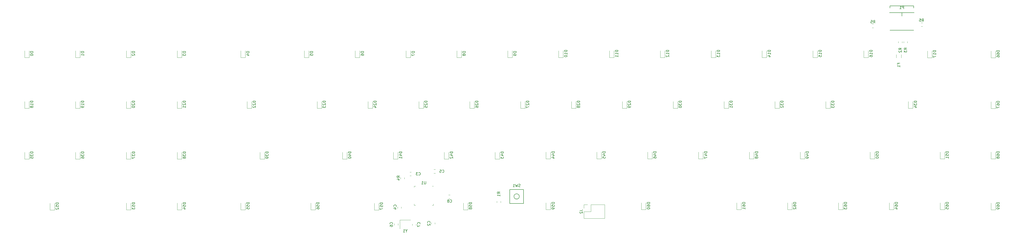
<source format=gbr>
G04 #@! TF.GenerationSoftware,KiCad,Pcbnew,(5.1.12)-1*
G04 #@! TF.CreationDate,2021-12-22T13:58:05-08:00*
G04 #@! TF.ProjectId,logboi,6c6f6762-6f69-42e6-9b69-6361645f7063,rev?*
G04 #@! TF.SameCoordinates,Original*
G04 #@! TF.FileFunction,Legend,Bot*
G04 #@! TF.FilePolarity,Positive*
%FSLAX46Y46*%
G04 Gerber Fmt 4.6, Leading zero omitted, Abs format (unit mm)*
G04 Created by KiCad (PCBNEW (5.1.12)-1) date 2021-12-22 13:58:05*
%MOMM*%
%LPD*%
G01*
G04 APERTURE LIST*
%ADD10C,0.120000*%
%ADD11C,0.150000*%
G04 APERTURE END LIST*
D10*
X384273750Y-92212400D02*
X384273750Y-89662400D01*
X382573750Y-92212400D02*
X382573750Y-89662400D01*
X384273750Y-92212400D02*
X382573750Y-92212400D01*
X384248350Y-73128000D02*
X384248350Y-70578000D01*
X382548350Y-73128000D02*
X382548350Y-70578000D01*
X384248350Y-73128000D02*
X382548350Y-73128000D01*
X384273750Y-54205000D02*
X384273750Y-51655000D01*
X382573750Y-54205000D02*
X382573750Y-51655000D01*
X384273750Y-54205000D02*
X382573750Y-54205000D01*
X384273750Y-35155000D02*
X384273750Y-32605000D01*
X382573750Y-35155000D02*
X382573750Y-32605000D01*
X384273750Y-35155000D02*
X382573750Y-35155000D01*
X365198350Y-92178000D02*
X365198350Y-89628000D01*
X363498350Y-92178000D02*
X363498350Y-89628000D01*
X365198350Y-92178000D02*
X363498350Y-92178000D01*
X346148350Y-92178000D02*
X346148350Y-89628000D01*
X344448350Y-92178000D02*
X344448350Y-89628000D01*
X346148350Y-92178000D02*
X344448350Y-92178000D01*
X327098350Y-92178000D02*
X327098350Y-89628000D01*
X325398350Y-92178000D02*
X325398350Y-89628000D01*
X327098350Y-92178000D02*
X325398350Y-92178000D01*
X308099150Y-92178000D02*
X308099150Y-89628000D01*
X306399150Y-92178000D02*
X306399150Y-89628000D01*
X308099150Y-92178000D02*
X306399150Y-92178000D01*
X289049150Y-92178000D02*
X289049150Y-89628000D01*
X287349150Y-92178000D02*
X287349150Y-89628000D01*
X289049150Y-92178000D02*
X287349150Y-92178000D01*
X253330400Y-92178000D02*
X253330400Y-89628000D01*
X251630400Y-92178000D02*
X251630400Y-89628000D01*
X253330400Y-92178000D02*
X251630400Y-92178000D01*
X217611650Y-92178000D02*
X217611650Y-89628000D01*
X215911650Y-92178000D02*
X215911650Y-89628000D01*
X217611650Y-92178000D02*
X215911650Y-92178000D01*
X186655400Y-92203400D02*
X186655400Y-89653400D01*
X184955400Y-92203400D02*
X184955400Y-89653400D01*
X186655400Y-92203400D02*
X184955400Y-92203400D01*
X153292500Y-92305000D02*
X153292500Y-89755000D01*
X151592500Y-92305000D02*
X151592500Y-89755000D01*
X153292500Y-92305000D02*
X151592500Y-92305000D01*
X129505400Y-92203400D02*
X129505400Y-89653400D01*
X127805400Y-92203400D02*
X127805400Y-89653400D01*
X129505400Y-92203400D02*
X127805400Y-92203400D01*
X103311650Y-92203400D02*
X103311650Y-89653400D01*
X101611650Y-92203400D02*
X101611650Y-89653400D01*
X103311650Y-92203400D02*
X101611650Y-92203400D01*
X79499150Y-92203400D02*
X79499150Y-89653400D01*
X77799150Y-92203400D02*
X77799150Y-89653400D01*
X79499150Y-92203400D02*
X77799150Y-92203400D01*
X60449150Y-92203400D02*
X60449150Y-89653400D01*
X58749150Y-92203400D02*
X58749150Y-89653400D01*
X60449150Y-92203400D02*
X58749150Y-92203400D01*
X31848750Y-92305000D02*
X31848750Y-89755000D01*
X30148750Y-92305000D02*
X30148750Y-89755000D01*
X31848750Y-92305000D02*
X30148750Y-92305000D01*
X365198350Y-73128000D02*
X365198350Y-70578000D01*
X363498350Y-73128000D02*
X363498350Y-70578000D01*
X365198350Y-73128000D02*
X363498350Y-73128000D01*
X339004600Y-73128000D02*
X339004600Y-70578000D01*
X337304600Y-73128000D02*
X337304600Y-70578000D01*
X339004600Y-73128000D02*
X337304600Y-73128000D01*
X312810850Y-73128000D02*
X312810850Y-70578000D01*
X311110850Y-73128000D02*
X311110850Y-70578000D01*
X312810850Y-73128000D02*
X311110850Y-73128000D01*
X293811650Y-73128000D02*
X293811650Y-70578000D01*
X292111650Y-73128000D02*
X292111650Y-70578000D01*
X293811650Y-73128000D02*
X292111650Y-73128000D01*
X274761650Y-73128000D02*
X274761650Y-70578000D01*
X273061650Y-73128000D02*
X273061650Y-70578000D01*
X274761650Y-73128000D02*
X273061650Y-73128000D01*
X255711650Y-73128000D02*
X255711650Y-70578000D01*
X254011650Y-73128000D02*
X254011650Y-70578000D01*
X255711650Y-73128000D02*
X254011650Y-73128000D01*
X236661650Y-73128000D02*
X236661650Y-70578000D01*
X234961650Y-73128000D02*
X234961650Y-70578000D01*
X236661650Y-73128000D02*
X234961650Y-73128000D01*
X217611650Y-73128000D02*
X217611650Y-70578000D01*
X215911650Y-73128000D02*
X215911650Y-70578000D01*
X217611650Y-73128000D02*
X215911650Y-73128000D01*
X198536250Y-73145600D02*
X198536250Y-70595600D01*
X196836250Y-73145600D02*
X196836250Y-70595600D01*
X198536250Y-73145600D02*
X196836250Y-73145600D01*
X179511650Y-73153400D02*
X179511650Y-70603400D01*
X177811650Y-73153400D02*
X177811650Y-70603400D01*
X179511650Y-73153400D02*
X177811650Y-73153400D01*
X160461650Y-73153400D02*
X160461650Y-70603400D01*
X158761650Y-73153400D02*
X158761650Y-70603400D01*
X160461650Y-73153400D02*
X158761650Y-73153400D01*
X141411650Y-73153400D02*
X141411650Y-70603400D01*
X139711650Y-73153400D02*
X139711650Y-70603400D01*
X141411650Y-73153400D02*
X139711650Y-73153400D01*
X110455400Y-73153400D02*
X110455400Y-70603400D01*
X108755400Y-73153400D02*
X108755400Y-70603400D01*
X110455400Y-73153400D02*
X108755400Y-73153400D01*
X79499150Y-73153400D02*
X79499150Y-70603400D01*
X77799150Y-73153400D02*
X77799150Y-70603400D01*
X79499150Y-73153400D02*
X77799150Y-73153400D01*
X60449150Y-73153400D02*
X60449150Y-70603400D01*
X58749150Y-73153400D02*
X58749150Y-70603400D01*
X60449150Y-73153400D02*
X58749150Y-73153400D01*
X41373750Y-73178800D02*
X41373750Y-70628800D01*
X39673750Y-73178800D02*
X39673750Y-70628800D01*
X41373750Y-73178800D02*
X39673750Y-73178800D01*
X22323750Y-73178800D02*
X22323750Y-70628800D01*
X20623750Y-73178800D02*
X20623750Y-70628800D01*
X22323750Y-73178800D02*
X20623750Y-73178800D01*
X353317500Y-54103400D02*
X353317500Y-51553400D01*
X351617500Y-54103400D02*
X351617500Y-51553400D01*
X353317500Y-54103400D02*
X351617500Y-54103400D01*
X322361250Y-54103400D02*
X322361250Y-51553400D01*
X320661250Y-54103400D02*
X320661250Y-51553400D01*
X322361250Y-54103400D02*
X320661250Y-54103400D01*
X303311250Y-54103400D02*
X303311250Y-51553400D01*
X301611250Y-54103400D02*
X301611250Y-51553400D01*
X303311250Y-54103400D02*
X301611250Y-54103400D01*
X284261250Y-54103400D02*
X284261250Y-51553400D01*
X282561250Y-54103400D02*
X282561250Y-51553400D01*
X284261250Y-54103400D02*
X282561250Y-54103400D01*
X265211250Y-54103400D02*
X265211250Y-51553400D01*
X263511250Y-54103400D02*
X263511250Y-51553400D01*
X265211250Y-54103400D02*
X263511250Y-54103400D01*
X246161250Y-54103400D02*
X246161250Y-51553400D01*
X244461250Y-54103400D02*
X244461250Y-51553400D01*
X246161250Y-54103400D02*
X244461250Y-54103400D01*
X227111250Y-54103400D02*
X227111250Y-51553400D01*
X225411250Y-54103400D02*
X225411250Y-51553400D01*
X227111250Y-54103400D02*
X225411250Y-54103400D01*
X208061250Y-54103400D02*
X208061250Y-51553400D01*
X206361250Y-54103400D02*
X206361250Y-51553400D01*
X208061250Y-54103400D02*
X206361250Y-54103400D01*
X189011250Y-54103400D02*
X189011250Y-51553400D01*
X187311250Y-54103400D02*
X187311250Y-51553400D01*
X189011250Y-54103400D02*
X187311250Y-54103400D01*
X169961250Y-54103400D02*
X169961250Y-51553400D01*
X168261250Y-54103400D02*
X168261250Y-51553400D01*
X169961250Y-54103400D02*
X168261250Y-54103400D01*
X150911250Y-54103400D02*
X150911250Y-51553400D01*
X149211250Y-54103400D02*
X149211250Y-51553400D01*
X150911250Y-54103400D02*
X149211250Y-54103400D01*
X131861250Y-54103400D02*
X131861250Y-51553400D01*
X130161250Y-54103400D02*
X130161250Y-51553400D01*
X131861250Y-54103400D02*
X130161250Y-54103400D01*
X105667500Y-54103400D02*
X105667500Y-51553400D01*
X103967500Y-54103400D02*
X103967500Y-51553400D01*
X105667500Y-54103400D02*
X103967500Y-54103400D01*
X79448350Y-54103400D02*
X79448350Y-51553400D01*
X77748350Y-54103400D02*
X77748350Y-51553400D01*
X79448350Y-54103400D02*
X77748350Y-54103400D01*
X60398350Y-54103400D02*
X60398350Y-51553400D01*
X58698350Y-54103400D02*
X58698350Y-51553400D01*
X60398350Y-54103400D02*
X58698350Y-54103400D01*
X41348350Y-54103400D02*
X41348350Y-51553400D01*
X39648350Y-54103400D02*
X39648350Y-51553400D01*
X41348350Y-54103400D02*
X39648350Y-54103400D01*
X22298350Y-54103400D02*
X22298350Y-51553400D01*
X20598350Y-54103400D02*
X20598350Y-51553400D01*
X22298350Y-54103400D02*
X20598350Y-54103400D01*
X360461250Y-35155000D02*
X360461250Y-32605000D01*
X358761250Y-35155000D02*
X358761250Y-32605000D01*
X360461250Y-35155000D02*
X358761250Y-35155000D01*
X336648750Y-35053400D02*
X336648750Y-32503400D01*
X334948750Y-35053400D02*
X334948750Y-32503400D01*
X336648750Y-35053400D02*
X334948750Y-35053400D01*
X317598750Y-35053400D02*
X317598750Y-32503400D01*
X315898750Y-35053400D02*
X315898750Y-32503400D01*
X317598750Y-35053400D02*
X315898750Y-35053400D01*
X298548750Y-35053400D02*
X298548750Y-32503400D01*
X296848750Y-35053400D02*
X296848750Y-32503400D01*
X298548750Y-35053400D02*
X296848750Y-35053400D01*
X279498750Y-35053400D02*
X279498750Y-32503400D01*
X277798750Y-35053400D02*
X277798750Y-32503400D01*
X279498750Y-35053400D02*
X277798750Y-35053400D01*
X260448750Y-35053400D02*
X260448750Y-32503400D01*
X258748750Y-35053400D02*
X258748750Y-32503400D01*
X260448750Y-35053400D02*
X258748750Y-35053400D01*
X241398750Y-35053400D02*
X241398750Y-32503400D01*
X239698750Y-35053400D02*
X239698750Y-32503400D01*
X241398750Y-35053400D02*
X239698750Y-35053400D01*
X222348750Y-35053400D02*
X222348750Y-32503400D01*
X220648750Y-35053400D02*
X220648750Y-32503400D01*
X222348750Y-35053400D02*
X220648750Y-35053400D01*
X203298750Y-35053400D02*
X203298750Y-32503400D01*
X201598750Y-35053400D02*
X201598750Y-32503400D01*
X203298750Y-35053400D02*
X201598750Y-35053400D01*
X184248750Y-35053400D02*
X184248750Y-32503400D01*
X182548750Y-35053400D02*
X182548750Y-32503400D01*
X184248750Y-35053400D02*
X182548750Y-35053400D01*
X165198750Y-35053400D02*
X165198750Y-32503400D01*
X163498750Y-35053400D02*
X163498750Y-32503400D01*
X165198750Y-35053400D02*
X163498750Y-35053400D01*
X146148750Y-35053400D02*
X146148750Y-32503400D01*
X144448750Y-35053400D02*
X144448750Y-32503400D01*
X146148750Y-35053400D02*
X144448750Y-35053400D01*
X127098750Y-35053400D02*
X127098750Y-32503400D01*
X125398750Y-35053400D02*
X125398750Y-32503400D01*
X127098750Y-35053400D02*
X125398750Y-35053400D01*
X103286250Y-35053400D02*
X103286250Y-32503400D01*
X101586250Y-35053400D02*
X101586250Y-32503400D01*
X103286250Y-35053400D02*
X101586250Y-35053400D01*
X79473750Y-35053400D02*
X79473750Y-32503400D01*
X77773750Y-35053400D02*
X77773750Y-32503400D01*
X79473750Y-35053400D02*
X77773750Y-35053400D01*
X60423750Y-35053400D02*
X60423750Y-32503400D01*
X58723750Y-35053400D02*
X58723750Y-32503400D01*
X60423750Y-35053400D02*
X58723750Y-35053400D01*
X41373750Y-35053400D02*
X41373750Y-32503400D01*
X39673750Y-35053400D02*
X39673750Y-32503400D01*
X41373750Y-35053400D02*
X39673750Y-35053400D01*
X22323750Y-35053400D02*
X22323750Y-32503400D01*
X20623750Y-35053400D02*
X20623750Y-32503400D01*
X22323750Y-35053400D02*
X20623750Y-35053400D01*
X347139850Y-35171464D02*
X347139850Y-33967336D01*
X348959850Y-35171464D02*
X348959850Y-33967336D01*
D11*
X205908250Y-87213000D02*
G75*
G03*
X205908250Y-87213000I-1000000J0D01*
G01*
X202308250Y-84613000D02*
X202308250Y-89813000D01*
X207508250Y-84613000D02*
X202308250Y-84613000D01*
X207508250Y-89813000D02*
X207508250Y-84613000D01*
X202308250Y-89813000D02*
X207508250Y-89813000D01*
D10*
X161169100Y-96052000D02*
X165169100Y-96052000D01*
X161169100Y-99352000D02*
X161169100Y-96052000D01*
X173257850Y-83308800D02*
X173732850Y-83308800D01*
X166512850Y-90528800D02*
X166512850Y-90053800D01*
X166987850Y-90528800D02*
X166512850Y-90528800D01*
X173732850Y-90528800D02*
X173732850Y-90053800D01*
X173257850Y-90528800D02*
X173732850Y-90528800D01*
X166512850Y-83308800D02*
X166512850Y-83783800D01*
X166987850Y-83308800D02*
X166512850Y-83308800D01*
X159073100Y-97418148D02*
X159073100Y-97940652D01*
X160493100Y-97418148D02*
X160493100Y-97940652D01*
X356955202Y-23417600D02*
X356432698Y-23417600D01*
X356955202Y-21997600D02*
X356432698Y-21997600D01*
X338052098Y-22454800D02*
X338574602Y-22454800D01*
X338052098Y-23874800D02*
X338574602Y-23874800D01*
D11*
X344559550Y-18186400D02*
X353809550Y-18186400D01*
X344709550Y-24846400D02*
X353659550Y-24846400D01*
X353664550Y-16436400D02*
X353659550Y-15676400D01*
X344709550Y-15676400D02*
X353659550Y-15676400D01*
X344709550Y-15676400D02*
X344704550Y-16436400D01*
X349184550Y-18186400D02*
X349184550Y-19456400D01*
D10*
X230131900Y-90262400D02*
X230131900Y-91592400D01*
X231461900Y-90262400D02*
X230131900Y-90262400D01*
X230131900Y-92862400D02*
X230131900Y-95462400D01*
X232731900Y-92862400D02*
X230131900Y-92862400D01*
X232731900Y-90262400D02*
X232731900Y-92862400D01*
X230131900Y-95462400D02*
X237871900Y-95462400D01*
X232731900Y-90262400D02*
X237871900Y-90262400D01*
X237871900Y-90262400D02*
X237871900Y-95462400D01*
X162882650Y-80138748D02*
X162882650Y-80661252D01*
X161462650Y-80138748D02*
X161462650Y-80661252D01*
X349879850Y-29563852D02*
X349879850Y-29041348D01*
X351299850Y-29563852D02*
X351299850Y-29041348D01*
X347898650Y-29589252D02*
X347898650Y-29066748D01*
X349318650Y-29589252D02*
X349318650Y-29066748D01*
X198904250Y-89019748D02*
X198904250Y-89542252D01*
X197484250Y-89019748D02*
X197484250Y-89542252D01*
X179420998Y-88060600D02*
X179943502Y-88060600D01*
X179420998Y-86640600D02*
X179943502Y-86640600D01*
X165880300Y-97519748D02*
X165880300Y-98042252D01*
X167300300Y-97519748D02*
X167300300Y-98042252D01*
X174439102Y-77064800D02*
X173916598Y-77064800D01*
X174439102Y-78484800D02*
X173916598Y-78484800D01*
X160294250Y-91144348D02*
X160294250Y-91666852D01*
X161714250Y-91144348D02*
X161714250Y-91666852D01*
X164874198Y-79475400D02*
X165396702Y-79475400D01*
X164874198Y-78055400D02*
X165396702Y-78055400D01*
X172918050Y-97071548D02*
X172918050Y-97594052D01*
X174338050Y-97071548D02*
X174338050Y-97594052D01*
D11*
X385726130Y-89498114D02*
X384726130Y-89498114D01*
X384726130Y-89736209D01*
X384773750Y-89879066D01*
X384868988Y-89974304D01*
X384964226Y-90021923D01*
X385154702Y-90069542D01*
X385297559Y-90069542D01*
X385488035Y-90021923D01*
X385583273Y-89974304D01*
X385678511Y-89879066D01*
X385726130Y-89736209D01*
X385726130Y-89498114D01*
X384726130Y-90926685D02*
X384726130Y-90736209D01*
X384773750Y-90640971D01*
X384821369Y-90593352D01*
X384964226Y-90498114D01*
X385154702Y-90450495D01*
X385535654Y-90450495D01*
X385630892Y-90498114D01*
X385678511Y-90545733D01*
X385726130Y-90640971D01*
X385726130Y-90831447D01*
X385678511Y-90926685D01*
X385630892Y-90974304D01*
X385535654Y-91021923D01*
X385297559Y-91021923D01*
X385202321Y-90974304D01*
X385154702Y-90926685D01*
X385107083Y-90831447D01*
X385107083Y-90640971D01*
X385154702Y-90545733D01*
X385202321Y-90498114D01*
X385297559Y-90450495D01*
X385726130Y-91498114D02*
X385726130Y-91688590D01*
X385678511Y-91783828D01*
X385630892Y-91831447D01*
X385488035Y-91926685D01*
X385297559Y-91974304D01*
X384916607Y-91974304D01*
X384821369Y-91926685D01*
X384773750Y-91879066D01*
X384726130Y-91783828D01*
X384726130Y-91593352D01*
X384773750Y-91498114D01*
X384821369Y-91450495D01*
X384916607Y-91402876D01*
X385154702Y-91402876D01*
X385249940Y-91450495D01*
X385297559Y-91498114D01*
X385345178Y-91593352D01*
X385345178Y-91783828D01*
X385297559Y-91879066D01*
X385249940Y-91926685D01*
X385154702Y-91974304D01*
X385700730Y-70413714D02*
X384700730Y-70413714D01*
X384700730Y-70651809D01*
X384748350Y-70794666D01*
X384843588Y-70889904D01*
X384938826Y-70937523D01*
X385129302Y-70985142D01*
X385272159Y-70985142D01*
X385462635Y-70937523D01*
X385557873Y-70889904D01*
X385653111Y-70794666D01*
X385700730Y-70651809D01*
X385700730Y-70413714D01*
X384700730Y-71842285D02*
X384700730Y-71651809D01*
X384748350Y-71556571D01*
X384795969Y-71508952D01*
X384938826Y-71413714D01*
X385129302Y-71366095D01*
X385510254Y-71366095D01*
X385605492Y-71413714D01*
X385653111Y-71461333D01*
X385700730Y-71556571D01*
X385700730Y-71747047D01*
X385653111Y-71842285D01*
X385605492Y-71889904D01*
X385510254Y-71937523D01*
X385272159Y-71937523D01*
X385176921Y-71889904D01*
X385129302Y-71842285D01*
X385081683Y-71747047D01*
X385081683Y-71556571D01*
X385129302Y-71461333D01*
X385176921Y-71413714D01*
X385272159Y-71366095D01*
X385129302Y-72508952D02*
X385081683Y-72413714D01*
X385034064Y-72366095D01*
X384938826Y-72318476D01*
X384891207Y-72318476D01*
X384795969Y-72366095D01*
X384748350Y-72413714D01*
X384700730Y-72508952D01*
X384700730Y-72699428D01*
X384748350Y-72794666D01*
X384795969Y-72842285D01*
X384891207Y-72889904D01*
X384938826Y-72889904D01*
X385034064Y-72842285D01*
X385081683Y-72794666D01*
X385129302Y-72699428D01*
X385129302Y-72508952D01*
X385176921Y-72413714D01*
X385224540Y-72366095D01*
X385319778Y-72318476D01*
X385510254Y-72318476D01*
X385605492Y-72366095D01*
X385653111Y-72413714D01*
X385700730Y-72508952D01*
X385700730Y-72699428D01*
X385653111Y-72794666D01*
X385605492Y-72842285D01*
X385510254Y-72889904D01*
X385319778Y-72889904D01*
X385224540Y-72842285D01*
X385176921Y-72794666D01*
X385129302Y-72699428D01*
X385726130Y-51490714D02*
X384726130Y-51490714D01*
X384726130Y-51728809D01*
X384773750Y-51871666D01*
X384868988Y-51966904D01*
X384964226Y-52014523D01*
X385154702Y-52062142D01*
X385297559Y-52062142D01*
X385488035Y-52014523D01*
X385583273Y-51966904D01*
X385678511Y-51871666D01*
X385726130Y-51728809D01*
X385726130Y-51490714D01*
X384726130Y-52919285D02*
X384726130Y-52728809D01*
X384773750Y-52633571D01*
X384821369Y-52585952D01*
X384964226Y-52490714D01*
X385154702Y-52443095D01*
X385535654Y-52443095D01*
X385630892Y-52490714D01*
X385678511Y-52538333D01*
X385726130Y-52633571D01*
X385726130Y-52824047D01*
X385678511Y-52919285D01*
X385630892Y-52966904D01*
X385535654Y-53014523D01*
X385297559Y-53014523D01*
X385202321Y-52966904D01*
X385154702Y-52919285D01*
X385107083Y-52824047D01*
X385107083Y-52633571D01*
X385154702Y-52538333D01*
X385202321Y-52490714D01*
X385297559Y-52443095D01*
X384726130Y-53347857D02*
X384726130Y-54014523D01*
X385726130Y-53585952D01*
X385726130Y-32440714D02*
X384726130Y-32440714D01*
X384726130Y-32678809D01*
X384773750Y-32821666D01*
X384868988Y-32916904D01*
X384964226Y-32964523D01*
X385154702Y-33012142D01*
X385297559Y-33012142D01*
X385488035Y-32964523D01*
X385583273Y-32916904D01*
X385678511Y-32821666D01*
X385726130Y-32678809D01*
X385726130Y-32440714D01*
X384726130Y-33869285D02*
X384726130Y-33678809D01*
X384773750Y-33583571D01*
X384821369Y-33535952D01*
X384964226Y-33440714D01*
X385154702Y-33393095D01*
X385535654Y-33393095D01*
X385630892Y-33440714D01*
X385678511Y-33488333D01*
X385726130Y-33583571D01*
X385726130Y-33774047D01*
X385678511Y-33869285D01*
X385630892Y-33916904D01*
X385535654Y-33964523D01*
X385297559Y-33964523D01*
X385202321Y-33916904D01*
X385154702Y-33869285D01*
X385107083Y-33774047D01*
X385107083Y-33583571D01*
X385154702Y-33488333D01*
X385202321Y-33440714D01*
X385297559Y-33393095D01*
X384726130Y-34821666D02*
X384726130Y-34631190D01*
X384773750Y-34535952D01*
X384821369Y-34488333D01*
X384964226Y-34393095D01*
X385154702Y-34345476D01*
X385535654Y-34345476D01*
X385630892Y-34393095D01*
X385678511Y-34440714D01*
X385726130Y-34535952D01*
X385726130Y-34726428D01*
X385678511Y-34821666D01*
X385630892Y-34869285D01*
X385535654Y-34916904D01*
X385297559Y-34916904D01*
X385202321Y-34869285D01*
X385154702Y-34821666D01*
X385107083Y-34726428D01*
X385107083Y-34535952D01*
X385154702Y-34440714D01*
X385202321Y-34393095D01*
X385297559Y-34345476D01*
X366650730Y-89463714D02*
X365650730Y-89463714D01*
X365650730Y-89701809D01*
X365698350Y-89844666D01*
X365793588Y-89939904D01*
X365888826Y-89987523D01*
X366079302Y-90035142D01*
X366222159Y-90035142D01*
X366412635Y-89987523D01*
X366507873Y-89939904D01*
X366603111Y-89844666D01*
X366650730Y-89701809D01*
X366650730Y-89463714D01*
X365650730Y-90892285D02*
X365650730Y-90701809D01*
X365698350Y-90606571D01*
X365745969Y-90558952D01*
X365888826Y-90463714D01*
X366079302Y-90416095D01*
X366460254Y-90416095D01*
X366555492Y-90463714D01*
X366603111Y-90511333D01*
X366650730Y-90606571D01*
X366650730Y-90797047D01*
X366603111Y-90892285D01*
X366555492Y-90939904D01*
X366460254Y-90987523D01*
X366222159Y-90987523D01*
X366126921Y-90939904D01*
X366079302Y-90892285D01*
X366031683Y-90797047D01*
X366031683Y-90606571D01*
X366079302Y-90511333D01*
X366126921Y-90463714D01*
X366222159Y-90416095D01*
X365650730Y-91892285D02*
X365650730Y-91416095D01*
X366126921Y-91368476D01*
X366079302Y-91416095D01*
X366031683Y-91511333D01*
X366031683Y-91749428D01*
X366079302Y-91844666D01*
X366126921Y-91892285D01*
X366222159Y-91939904D01*
X366460254Y-91939904D01*
X366555492Y-91892285D01*
X366603111Y-91844666D01*
X366650730Y-91749428D01*
X366650730Y-91511333D01*
X366603111Y-91416095D01*
X366555492Y-91368476D01*
X347600730Y-89463714D02*
X346600730Y-89463714D01*
X346600730Y-89701809D01*
X346648350Y-89844666D01*
X346743588Y-89939904D01*
X346838826Y-89987523D01*
X347029302Y-90035142D01*
X347172159Y-90035142D01*
X347362635Y-89987523D01*
X347457873Y-89939904D01*
X347553111Y-89844666D01*
X347600730Y-89701809D01*
X347600730Y-89463714D01*
X346600730Y-90892285D02*
X346600730Y-90701809D01*
X346648350Y-90606571D01*
X346695969Y-90558952D01*
X346838826Y-90463714D01*
X347029302Y-90416095D01*
X347410254Y-90416095D01*
X347505492Y-90463714D01*
X347553111Y-90511333D01*
X347600730Y-90606571D01*
X347600730Y-90797047D01*
X347553111Y-90892285D01*
X347505492Y-90939904D01*
X347410254Y-90987523D01*
X347172159Y-90987523D01*
X347076921Y-90939904D01*
X347029302Y-90892285D01*
X346981683Y-90797047D01*
X346981683Y-90606571D01*
X347029302Y-90511333D01*
X347076921Y-90463714D01*
X347172159Y-90416095D01*
X346934064Y-91844666D02*
X347600730Y-91844666D01*
X346553111Y-91606571D02*
X347267397Y-91368476D01*
X347267397Y-91987523D01*
X328550730Y-89463714D02*
X327550730Y-89463714D01*
X327550730Y-89701809D01*
X327598350Y-89844666D01*
X327693588Y-89939904D01*
X327788826Y-89987523D01*
X327979302Y-90035142D01*
X328122159Y-90035142D01*
X328312635Y-89987523D01*
X328407873Y-89939904D01*
X328503111Y-89844666D01*
X328550730Y-89701809D01*
X328550730Y-89463714D01*
X327550730Y-90892285D02*
X327550730Y-90701809D01*
X327598350Y-90606571D01*
X327645969Y-90558952D01*
X327788826Y-90463714D01*
X327979302Y-90416095D01*
X328360254Y-90416095D01*
X328455492Y-90463714D01*
X328503111Y-90511333D01*
X328550730Y-90606571D01*
X328550730Y-90797047D01*
X328503111Y-90892285D01*
X328455492Y-90939904D01*
X328360254Y-90987523D01*
X328122159Y-90987523D01*
X328026921Y-90939904D01*
X327979302Y-90892285D01*
X327931683Y-90797047D01*
X327931683Y-90606571D01*
X327979302Y-90511333D01*
X328026921Y-90463714D01*
X328122159Y-90416095D01*
X327550730Y-91320857D02*
X327550730Y-91939904D01*
X327931683Y-91606571D01*
X327931683Y-91749428D01*
X327979302Y-91844666D01*
X328026921Y-91892285D01*
X328122159Y-91939904D01*
X328360254Y-91939904D01*
X328455492Y-91892285D01*
X328503111Y-91844666D01*
X328550730Y-91749428D01*
X328550730Y-91463714D01*
X328503111Y-91368476D01*
X328455492Y-91320857D01*
X309551530Y-89463714D02*
X308551530Y-89463714D01*
X308551530Y-89701809D01*
X308599150Y-89844666D01*
X308694388Y-89939904D01*
X308789626Y-89987523D01*
X308980102Y-90035142D01*
X309122959Y-90035142D01*
X309313435Y-89987523D01*
X309408673Y-89939904D01*
X309503911Y-89844666D01*
X309551530Y-89701809D01*
X309551530Y-89463714D01*
X308551530Y-90892285D02*
X308551530Y-90701809D01*
X308599150Y-90606571D01*
X308646769Y-90558952D01*
X308789626Y-90463714D01*
X308980102Y-90416095D01*
X309361054Y-90416095D01*
X309456292Y-90463714D01*
X309503911Y-90511333D01*
X309551530Y-90606571D01*
X309551530Y-90797047D01*
X309503911Y-90892285D01*
X309456292Y-90939904D01*
X309361054Y-90987523D01*
X309122959Y-90987523D01*
X309027721Y-90939904D01*
X308980102Y-90892285D01*
X308932483Y-90797047D01*
X308932483Y-90606571D01*
X308980102Y-90511333D01*
X309027721Y-90463714D01*
X309122959Y-90416095D01*
X308646769Y-91368476D02*
X308599150Y-91416095D01*
X308551530Y-91511333D01*
X308551530Y-91749428D01*
X308599150Y-91844666D01*
X308646769Y-91892285D01*
X308742007Y-91939904D01*
X308837245Y-91939904D01*
X308980102Y-91892285D01*
X309551530Y-91320857D01*
X309551530Y-91939904D01*
X290501530Y-89463714D02*
X289501530Y-89463714D01*
X289501530Y-89701809D01*
X289549150Y-89844666D01*
X289644388Y-89939904D01*
X289739626Y-89987523D01*
X289930102Y-90035142D01*
X290072959Y-90035142D01*
X290263435Y-89987523D01*
X290358673Y-89939904D01*
X290453911Y-89844666D01*
X290501530Y-89701809D01*
X290501530Y-89463714D01*
X289501530Y-90892285D02*
X289501530Y-90701809D01*
X289549150Y-90606571D01*
X289596769Y-90558952D01*
X289739626Y-90463714D01*
X289930102Y-90416095D01*
X290311054Y-90416095D01*
X290406292Y-90463714D01*
X290453911Y-90511333D01*
X290501530Y-90606571D01*
X290501530Y-90797047D01*
X290453911Y-90892285D01*
X290406292Y-90939904D01*
X290311054Y-90987523D01*
X290072959Y-90987523D01*
X289977721Y-90939904D01*
X289930102Y-90892285D01*
X289882483Y-90797047D01*
X289882483Y-90606571D01*
X289930102Y-90511333D01*
X289977721Y-90463714D01*
X290072959Y-90416095D01*
X290501530Y-91939904D02*
X290501530Y-91368476D01*
X290501530Y-91654190D02*
X289501530Y-91654190D01*
X289644388Y-91558952D01*
X289739626Y-91463714D01*
X289787245Y-91368476D01*
X254782780Y-89463714D02*
X253782780Y-89463714D01*
X253782780Y-89701809D01*
X253830400Y-89844666D01*
X253925638Y-89939904D01*
X254020876Y-89987523D01*
X254211352Y-90035142D01*
X254354209Y-90035142D01*
X254544685Y-89987523D01*
X254639923Y-89939904D01*
X254735161Y-89844666D01*
X254782780Y-89701809D01*
X254782780Y-89463714D01*
X253782780Y-90892285D02*
X253782780Y-90701809D01*
X253830400Y-90606571D01*
X253878019Y-90558952D01*
X254020876Y-90463714D01*
X254211352Y-90416095D01*
X254592304Y-90416095D01*
X254687542Y-90463714D01*
X254735161Y-90511333D01*
X254782780Y-90606571D01*
X254782780Y-90797047D01*
X254735161Y-90892285D01*
X254687542Y-90939904D01*
X254592304Y-90987523D01*
X254354209Y-90987523D01*
X254258971Y-90939904D01*
X254211352Y-90892285D01*
X254163733Y-90797047D01*
X254163733Y-90606571D01*
X254211352Y-90511333D01*
X254258971Y-90463714D01*
X254354209Y-90416095D01*
X253782780Y-91606571D02*
X253782780Y-91701809D01*
X253830400Y-91797047D01*
X253878019Y-91844666D01*
X253973257Y-91892285D01*
X254163733Y-91939904D01*
X254401828Y-91939904D01*
X254592304Y-91892285D01*
X254687542Y-91844666D01*
X254735161Y-91797047D01*
X254782780Y-91701809D01*
X254782780Y-91606571D01*
X254735161Y-91511333D01*
X254687542Y-91463714D01*
X254592304Y-91416095D01*
X254401828Y-91368476D01*
X254163733Y-91368476D01*
X253973257Y-91416095D01*
X253878019Y-91463714D01*
X253830400Y-91511333D01*
X253782780Y-91606571D01*
X219064030Y-89463714D02*
X218064030Y-89463714D01*
X218064030Y-89701809D01*
X218111650Y-89844666D01*
X218206888Y-89939904D01*
X218302126Y-89987523D01*
X218492602Y-90035142D01*
X218635459Y-90035142D01*
X218825935Y-89987523D01*
X218921173Y-89939904D01*
X219016411Y-89844666D01*
X219064030Y-89701809D01*
X219064030Y-89463714D01*
X218064030Y-90939904D02*
X218064030Y-90463714D01*
X218540221Y-90416095D01*
X218492602Y-90463714D01*
X218444983Y-90558952D01*
X218444983Y-90797047D01*
X218492602Y-90892285D01*
X218540221Y-90939904D01*
X218635459Y-90987523D01*
X218873554Y-90987523D01*
X218968792Y-90939904D01*
X219016411Y-90892285D01*
X219064030Y-90797047D01*
X219064030Y-90558952D01*
X219016411Y-90463714D01*
X218968792Y-90416095D01*
X219064030Y-91463714D02*
X219064030Y-91654190D01*
X219016411Y-91749428D01*
X218968792Y-91797047D01*
X218825935Y-91892285D01*
X218635459Y-91939904D01*
X218254507Y-91939904D01*
X218159269Y-91892285D01*
X218111650Y-91844666D01*
X218064030Y-91749428D01*
X218064030Y-91558952D01*
X218111650Y-91463714D01*
X218159269Y-91416095D01*
X218254507Y-91368476D01*
X218492602Y-91368476D01*
X218587840Y-91416095D01*
X218635459Y-91463714D01*
X218683078Y-91558952D01*
X218683078Y-91749428D01*
X218635459Y-91844666D01*
X218587840Y-91892285D01*
X218492602Y-91939904D01*
X188107780Y-89489114D02*
X187107780Y-89489114D01*
X187107780Y-89727209D01*
X187155400Y-89870066D01*
X187250638Y-89965304D01*
X187345876Y-90012923D01*
X187536352Y-90060542D01*
X187679209Y-90060542D01*
X187869685Y-90012923D01*
X187964923Y-89965304D01*
X188060161Y-89870066D01*
X188107780Y-89727209D01*
X188107780Y-89489114D01*
X187107780Y-90965304D02*
X187107780Y-90489114D01*
X187583971Y-90441495D01*
X187536352Y-90489114D01*
X187488733Y-90584352D01*
X187488733Y-90822447D01*
X187536352Y-90917685D01*
X187583971Y-90965304D01*
X187679209Y-91012923D01*
X187917304Y-91012923D01*
X188012542Y-90965304D01*
X188060161Y-90917685D01*
X188107780Y-90822447D01*
X188107780Y-90584352D01*
X188060161Y-90489114D01*
X188012542Y-90441495D01*
X187536352Y-91584352D02*
X187488733Y-91489114D01*
X187441114Y-91441495D01*
X187345876Y-91393876D01*
X187298257Y-91393876D01*
X187203019Y-91441495D01*
X187155400Y-91489114D01*
X187107780Y-91584352D01*
X187107780Y-91774828D01*
X187155400Y-91870066D01*
X187203019Y-91917685D01*
X187298257Y-91965304D01*
X187345876Y-91965304D01*
X187441114Y-91917685D01*
X187488733Y-91870066D01*
X187536352Y-91774828D01*
X187536352Y-91584352D01*
X187583971Y-91489114D01*
X187631590Y-91441495D01*
X187726828Y-91393876D01*
X187917304Y-91393876D01*
X188012542Y-91441495D01*
X188060161Y-91489114D01*
X188107780Y-91584352D01*
X188107780Y-91774828D01*
X188060161Y-91870066D01*
X188012542Y-91917685D01*
X187917304Y-91965304D01*
X187726828Y-91965304D01*
X187631590Y-91917685D01*
X187583971Y-91870066D01*
X187536352Y-91774828D01*
X154744880Y-89590714D02*
X153744880Y-89590714D01*
X153744880Y-89828809D01*
X153792500Y-89971666D01*
X153887738Y-90066904D01*
X153982976Y-90114523D01*
X154173452Y-90162142D01*
X154316309Y-90162142D01*
X154506785Y-90114523D01*
X154602023Y-90066904D01*
X154697261Y-89971666D01*
X154744880Y-89828809D01*
X154744880Y-89590714D01*
X153744880Y-91066904D02*
X153744880Y-90590714D01*
X154221071Y-90543095D01*
X154173452Y-90590714D01*
X154125833Y-90685952D01*
X154125833Y-90924047D01*
X154173452Y-91019285D01*
X154221071Y-91066904D01*
X154316309Y-91114523D01*
X154554404Y-91114523D01*
X154649642Y-91066904D01*
X154697261Y-91019285D01*
X154744880Y-90924047D01*
X154744880Y-90685952D01*
X154697261Y-90590714D01*
X154649642Y-90543095D01*
X153744880Y-91447857D02*
X153744880Y-92114523D01*
X154744880Y-91685952D01*
X130957780Y-89489114D02*
X129957780Y-89489114D01*
X129957780Y-89727209D01*
X130005400Y-89870066D01*
X130100638Y-89965304D01*
X130195876Y-90012923D01*
X130386352Y-90060542D01*
X130529209Y-90060542D01*
X130719685Y-90012923D01*
X130814923Y-89965304D01*
X130910161Y-89870066D01*
X130957780Y-89727209D01*
X130957780Y-89489114D01*
X129957780Y-90965304D02*
X129957780Y-90489114D01*
X130433971Y-90441495D01*
X130386352Y-90489114D01*
X130338733Y-90584352D01*
X130338733Y-90822447D01*
X130386352Y-90917685D01*
X130433971Y-90965304D01*
X130529209Y-91012923D01*
X130767304Y-91012923D01*
X130862542Y-90965304D01*
X130910161Y-90917685D01*
X130957780Y-90822447D01*
X130957780Y-90584352D01*
X130910161Y-90489114D01*
X130862542Y-90441495D01*
X129957780Y-91870066D02*
X129957780Y-91679590D01*
X130005400Y-91584352D01*
X130053019Y-91536733D01*
X130195876Y-91441495D01*
X130386352Y-91393876D01*
X130767304Y-91393876D01*
X130862542Y-91441495D01*
X130910161Y-91489114D01*
X130957780Y-91584352D01*
X130957780Y-91774828D01*
X130910161Y-91870066D01*
X130862542Y-91917685D01*
X130767304Y-91965304D01*
X130529209Y-91965304D01*
X130433971Y-91917685D01*
X130386352Y-91870066D01*
X130338733Y-91774828D01*
X130338733Y-91584352D01*
X130386352Y-91489114D01*
X130433971Y-91441495D01*
X130529209Y-91393876D01*
X104764030Y-89489114D02*
X103764030Y-89489114D01*
X103764030Y-89727209D01*
X103811650Y-89870066D01*
X103906888Y-89965304D01*
X104002126Y-90012923D01*
X104192602Y-90060542D01*
X104335459Y-90060542D01*
X104525935Y-90012923D01*
X104621173Y-89965304D01*
X104716411Y-89870066D01*
X104764030Y-89727209D01*
X104764030Y-89489114D01*
X103764030Y-90965304D02*
X103764030Y-90489114D01*
X104240221Y-90441495D01*
X104192602Y-90489114D01*
X104144983Y-90584352D01*
X104144983Y-90822447D01*
X104192602Y-90917685D01*
X104240221Y-90965304D01*
X104335459Y-91012923D01*
X104573554Y-91012923D01*
X104668792Y-90965304D01*
X104716411Y-90917685D01*
X104764030Y-90822447D01*
X104764030Y-90584352D01*
X104716411Y-90489114D01*
X104668792Y-90441495D01*
X103764030Y-91917685D02*
X103764030Y-91441495D01*
X104240221Y-91393876D01*
X104192602Y-91441495D01*
X104144983Y-91536733D01*
X104144983Y-91774828D01*
X104192602Y-91870066D01*
X104240221Y-91917685D01*
X104335459Y-91965304D01*
X104573554Y-91965304D01*
X104668792Y-91917685D01*
X104716411Y-91870066D01*
X104764030Y-91774828D01*
X104764030Y-91536733D01*
X104716411Y-91441495D01*
X104668792Y-91393876D01*
X80951530Y-89489114D02*
X79951530Y-89489114D01*
X79951530Y-89727209D01*
X79999150Y-89870066D01*
X80094388Y-89965304D01*
X80189626Y-90012923D01*
X80380102Y-90060542D01*
X80522959Y-90060542D01*
X80713435Y-90012923D01*
X80808673Y-89965304D01*
X80903911Y-89870066D01*
X80951530Y-89727209D01*
X80951530Y-89489114D01*
X79951530Y-90965304D02*
X79951530Y-90489114D01*
X80427721Y-90441495D01*
X80380102Y-90489114D01*
X80332483Y-90584352D01*
X80332483Y-90822447D01*
X80380102Y-90917685D01*
X80427721Y-90965304D01*
X80522959Y-91012923D01*
X80761054Y-91012923D01*
X80856292Y-90965304D01*
X80903911Y-90917685D01*
X80951530Y-90822447D01*
X80951530Y-90584352D01*
X80903911Y-90489114D01*
X80856292Y-90441495D01*
X80284864Y-91870066D02*
X80951530Y-91870066D01*
X79903911Y-91631971D02*
X80618197Y-91393876D01*
X80618197Y-92012923D01*
X61901530Y-89489114D02*
X60901530Y-89489114D01*
X60901530Y-89727209D01*
X60949150Y-89870066D01*
X61044388Y-89965304D01*
X61139626Y-90012923D01*
X61330102Y-90060542D01*
X61472959Y-90060542D01*
X61663435Y-90012923D01*
X61758673Y-89965304D01*
X61853911Y-89870066D01*
X61901530Y-89727209D01*
X61901530Y-89489114D01*
X60901530Y-90965304D02*
X60901530Y-90489114D01*
X61377721Y-90441495D01*
X61330102Y-90489114D01*
X61282483Y-90584352D01*
X61282483Y-90822447D01*
X61330102Y-90917685D01*
X61377721Y-90965304D01*
X61472959Y-91012923D01*
X61711054Y-91012923D01*
X61806292Y-90965304D01*
X61853911Y-90917685D01*
X61901530Y-90822447D01*
X61901530Y-90584352D01*
X61853911Y-90489114D01*
X61806292Y-90441495D01*
X60901530Y-91346257D02*
X60901530Y-91965304D01*
X61282483Y-91631971D01*
X61282483Y-91774828D01*
X61330102Y-91870066D01*
X61377721Y-91917685D01*
X61472959Y-91965304D01*
X61711054Y-91965304D01*
X61806292Y-91917685D01*
X61853911Y-91870066D01*
X61901530Y-91774828D01*
X61901530Y-91489114D01*
X61853911Y-91393876D01*
X61806292Y-91346257D01*
X33301130Y-89590714D02*
X32301130Y-89590714D01*
X32301130Y-89828809D01*
X32348750Y-89971666D01*
X32443988Y-90066904D01*
X32539226Y-90114523D01*
X32729702Y-90162142D01*
X32872559Y-90162142D01*
X33063035Y-90114523D01*
X33158273Y-90066904D01*
X33253511Y-89971666D01*
X33301130Y-89828809D01*
X33301130Y-89590714D01*
X32301130Y-91066904D02*
X32301130Y-90590714D01*
X32777321Y-90543095D01*
X32729702Y-90590714D01*
X32682083Y-90685952D01*
X32682083Y-90924047D01*
X32729702Y-91019285D01*
X32777321Y-91066904D01*
X32872559Y-91114523D01*
X33110654Y-91114523D01*
X33205892Y-91066904D01*
X33253511Y-91019285D01*
X33301130Y-90924047D01*
X33301130Y-90685952D01*
X33253511Y-90590714D01*
X33205892Y-90543095D01*
X32396369Y-91495476D02*
X32348750Y-91543095D01*
X32301130Y-91638333D01*
X32301130Y-91876428D01*
X32348750Y-91971666D01*
X32396369Y-92019285D01*
X32491607Y-92066904D01*
X32586845Y-92066904D01*
X32729702Y-92019285D01*
X33301130Y-91447857D01*
X33301130Y-92066904D01*
X366650730Y-70413714D02*
X365650730Y-70413714D01*
X365650730Y-70651809D01*
X365698350Y-70794666D01*
X365793588Y-70889904D01*
X365888826Y-70937523D01*
X366079302Y-70985142D01*
X366222159Y-70985142D01*
X366412635Y-70937523D01*
X366507873Y-70889904D01*
X366603111Y-70794666D01*
X366650730Y-70651809D01*
X366650730Y-70413714D01*
X365650730Y-71889904D02*
X365650730Y-71413714D01*
X366126921Y-71366095D01*
X366079302Y-71413714D01*
X366031683Y-71508952D01*
X366031683Y-71747047D01*
X366079302Y-71842285D01*
X366126921Y-71889904D01*
X366222159Y-71937523D01*
X366460254Y-71937523D01*
X366555492Y-71889904D01*
X366603111Y-71842285D01*
X366650730Y-71747047D01*
X366650730Y-71508952D01*
X366603111Y-71413714D01*
X366555492Y-71366095D01*
X366650730Y-72889904D02*
X366650730Y-72318476D01*
X366650730Y-72604190D02*
X365650730Y-72604190D01*
X365793588Y-72508952D01*
X365888826Y-72413714D01*
X365936445Y-72318476D01*
X340456980Y-70413714D02*
X339456980Y-70413714D01*
X339456980Y-70651809D01*
X339504600Y-70794666D01*
X339599838Y-70889904D01*
X339695076Y-70937523D01*
X339885552Y-70985142D01*
X340028409Y-70985142D01*
X340218885Y-70937523D01*
X340314123Y-70889904D01*
X340409361Y-70794666D01*
X340456980Y-70651809D01*
X340456980Y-70413714D01*
X339456980Y-71889904D02*
X339456980Y-71413714D01*
X339933171Y-71366095D01*
X339885552Y-71413714D01*
X339837933Y-71508952D01*
X339837933Y-71747047D01*
X339885552Y-71842285D01*
X339933171Y-71889904D01*
X340028409Y-71937523D01*
X340266504Y-71937523D01*
X340361742Y-71889904D01*
X340409361Y-71842285D01*
X340456980Y-71747047D01*
X340456980Y-71508952D01*
X340409361Y-71413714D01*
X340361742Y-71366095D01*
X339456980Y-72556571D02*
X339456980Y-72651809D01*
X339504600Y-72747047D01*
X339552219Y-72794666D01*
X339647457Y-72842285D01*
X339837933Y-72889904D01*
X340076028Y-72889904D01*
X340266504Y-72842285D01*
X340361742Y-72794666D01*
X340409361Y-72747047D01*
X340456980Y-72651809D01*
X340456980Y-72556571D01*
X340409361Y-72461333D01*
X340361742Y-72413714D01*
X340266504Y-72366095D01*
X340076028Y-72318476D01*
X339837933Y-72318476D01*
X339647457Y-72366095D01*
X339552219Y-72413714D01*
X339504600Y-72461333D01*
X339456980Y-72556571D01*
X314263230Y-70413714D02*
X313263230Y-70413714D01*
X313263230Y-70651809D01*
X313310850Y-70794666D01*
X313406088Y-70889904D01*
X313501326Y-70937523D01*
X313691802Y-70985142D01*
X313834659Y-70985142D01*
X314025135Y-70937523D01*
X314120373Y-70889904D01*
X314215611Y-70794666D01*
X314263230Y-70651809D01*
X314263230Y-70413714D01*
X313596564Y-71842285D02*
X314263230Y-71842285D01*
X313215611Y-71604190D02*
X313929897Y-71366095D01*
X313929897Y-71985142D01*
X314263230Y-72413714D02*
X314263230Y-72604190D01*
X314215611Y-72699428D01*
X314167992Y-72747047D01*
X314025135Y-72842285D01*
X313834659Y-72889904D01*
X313453707Y-72889904D01*
X313358469Y-72842285D01*
X313310850Y-72794666D01*
X313263230Y-72699428D01*
X313263230Y-72508952D01*
X313310850Y-72413714D01*
X313358469Y-72366095D01*
X313453707Y-72318476D01*
X313691802Y-72318476D01*
X313787040Y-72366095D01*
X313834659Y-72413714D01*
X313882278Y-72508952D01*
X313882278Y-72699428D01*
X313834659Y-72794666D01*
X313787040Y-72842285D01*
X313691802Y-72889904D01*
X295264030Y-70413714D02*
X294264030Y-70413714D01*
X294264030Y-70651809D01*
X294311650Y-70794666D01*
X294406888Y-70889904D01*
X294502126Y-70937523D01*
X294692602Y-70985142D01*
X294835459Y-70985142D01*
X295025935Y-70937523D01*
X295121173Y-70889904D01*
X295216411Y-70794666D01*
X295264030Y-70651809D01*
X295264030Y-70413714D01*
X294597364Y-71842285D02*
X295264030Y-71842285D01*
X294216411Y-71604190D02*
X294930697Y-71366095D01*
X294930697Y-71985142D01*
X294692602Y-72508952D02*
X294644983Y-72413714D01*
X294597364Y-72366095D01*
X294502126Y-72318476D01*
X294454507Y-72318476D01*
X294359269Y-72366095D01*
X294311650Y-72413714D01*
X294264030Y-72508952D01*
X294264030Y-72699428D01*
X294311650Y-72794666D01*
X294359269Y-72842285D01*
X294454507Y-72889904D01*
X294502126Y-72889904D01*
X294597364Y-72842285D01*
X294644983Y-72794666D01*
X294692602Y-72699428D01*
X294692602Y-72508952D01*
X294740221Y-72413714D01*
X294787840Y-72366095D01*
X294883078Y-72318476D01*
X295073554Y-72318476D01*
X295168792Y-72366095D01*
X295216411Y-72413714D01*
X295264030Y-72508952D01*
X295264030Y-72699428D01*
X295216411Y-72794666D01*
X295168792Y-72842285D01*
X295073554Y-72889904D01*
X294883078Y-72889904D01*
X294787840Y-72842285D01*
X294740221Y-72794666D01*
X294692602Y-72699428D01*
X276214030Y-70413714D02*
X275214030Y-70413714D01*
X275214030Y-70651809D01*
X275261650Y-70794666D01*
X275356888Y-70889904D01*
X275452126Y-70937523D01*
X275642602Y-70985142D01*
X275785459Y-70985142D01*
X275975935Y-70937523D01*
X276071173Y-70889904D01*
X276166411Y-70794666D01*
X276214030Y-70651809D01*
X276214030Y-70413714D01*
X275547364Y-71842285D02*
X276214030Y-71842285D01*
X275166411Y-71604190D02*
X275880697Y-71366095D01*
X275880697Y-71985142D01*
X275214030Y-72270857D02*
X275214030Y-72937523D01*
X276214030Y-72508952D01*
X257164030Y-70413714D02*
X256164030Y-70413714D01*
X256164030Y-70651809D01*
X256211650Y-70794666D01*
X256306888Y-70889904D01*
X256402126Y-70937523D01*
X256592602Y-70985142D01*
X256735459Y-70985142D01*
X256925935Y-70937523D01*
X257021173Y-70889904D01*
X257116411Y-70794666D01*
X257164030Y-70651809D01*
X257164030Y-70413714D01*
X256497364Y-71842285D02*
X257164030Y-71842285D01*
X256116411Y-71604190D02*
X256830697Y-71366095D01*
X256830697Y-71985142D01*
X256164030Y-72794666D02*
X256164030Y-72604190D01*
X256211650Y-72508952D01*
X256259269Y-72461333D01*
X256402126Y-72366095D01*
X256592602Y-72318476D01*
X256973554Y-72318476D01*
X257068792Y-72366095D01*
X257116411Y-72413714D01*
X257164030Y-72508952D01*
X257164030Y-72699428D01*
X257116411Y-72794666D01*
X257068792Y-72842285D01*
X256973554Y-72889904D01*
X256735459Y-72889904D01*
X256640221Y-72842285D01*
X256592602Y-72794666D01*
X256544983Y-72699428D01*
X256544983Y-72508952D01*
X256592602Y-72413714D01*
X256640221Y-72366095D01*
X256735459Y-72318476D01*
X238114030Y-70413714D02*
X237114030Y-70413714D01*
X237114030Y-70651809D01*
X237161650Y-70794666D01*
X237256888Y-70889904D01*
X237352126Y-70937523D01*
X237542602Y-70985142D01*
X237685459Y-70985142D01*
X237875935Y-70937523D01*
X237971173Y-70889904D01*
X238066411Y-70794666D01*
X238114030Y-70651809D01*
X238114030Y-70413714D01*
X237447364Y-71842285D02*
X238114030Y-71842285D01*
X237066411Y-71604190D02*
X237780697Y-71366095D01*
X237780697Y-71985142D01*
X237114030Y-72842285D02*
X237114030Y-72366095D01*
X237590221Y-72318476D01*
X237542602Y-72366095D01*
X237494983Y-72461333D01*
X237494983Y-72699428D01*
X237542602Y-72794666D01*
X237590221Y-72842285D01*
X237685459Y-72889904D01*
X237923554Y-72889904D01*
X238018792Y-72842285D01*
X238066411Y-72794666D01*
X238114030Y-72699428D01*
X238114030Y-72461333D01*
X238066411Y-72366095D01*
X238018792Y-72318476D01*
X219064030Y-70413714D02*
X218064030Y-70413714D01*
X218064030Y-70651809D01*
X218111650Y-70794666D01*
X218206888Y-70889904D01*
X218302126Y-70937523D01*
X218492602Y-70985142D01*
X218635459Y-70985142D01*
X218825935Y-70937523D01*
X218921173Y-70889904D01*
X219016411Y-70794666D01*
X219064030Y-70651809D01*
X219064030Y-70413714D01*
X218397364Y-71842285D02*
X219064030Y-71842285D01*
X218016411Y-71604190D02*
X218730697Y-71366095D01*
X218730697Y-71985142D01*
X218397364Y-72794666D02*
X219064030Y-72794666D01*
X218016411Y-72556571D02*
X218730697Y-72318476D01*
X218730697Y-72937523D01*
X199988630Y-70431314D02*
X198988630Y-70431314D01*
X198988630Y-70669409D01*
X199036250Y-70812266D01*
X199131488Y-70907504D01*
X199226726Y-70955123D01*
X199417202Y-71002742D01*
X199560059Y-71002742D01*
X199750535Y-70955123D01*
X199845773Y-70907504D01*
X199941011Y-70812266D01*
X199988630Y-70669409D01*
X199988630Y-70431314D01*
X199321964Y-71859885D02*
X199988630Y-71859885D01*
X198941011Y-71621790D02*
X199655297Y-71383695D01*
X199655297Y-72002742D01*
X198988630Y-72288457D02*
X198988630Y-72907504D01*
X199369583Y-72574171D01*
X199369583Y-72717028D01*
X199417202Y-72812266D01*
X199464821Y-72859885D01*
X199560059Y-72907504D01*
X199798154Y-72907504D01*
X199893392Y-72859885D01*
X199941011Y-72812266D01*
X199988630Y-72717028D01*
X199988630Y-72431314D01*
X199941011Y-72336076D01*
X199893392Y-72288457D01*
X180964030Y-70439114D02*
X179964030Y-70439114D01*
X179964030Y-70677209D01*
X180011650Y-70820066D01*
X180106888Y-70915304D01*
X180202126Y-70962923D01*
X180392602Y-71010542D01*
X180535459Y-71010542D01*
X180725935Y-70962923D01*
X180821173Y-70915304D01*
X180916411Y-70820066D01*
X180964030Y-70677209D01*
X180964030Y-70439114D01*
X180297364Y-71867685D02*
X180964030Y-71867685D01*
X179916411Y-71629590D02*
X180630697Y-71391495D01*
X180630697Y-72010542D01*
X180059269Y-72343876D02*
X180011650Y-72391495D01*
X179964030Y-72486733D01*
X179964030Y-72724828D01*
X180011650Y-72820066D01*
X180059269Y-72867685D01*
X180154507Y-72915304D01*
X180249745Y-72915304D01*
X180392602Y-72867685D01*
X180964030Y-72296257D01*
X180964030Y-72915304D01*
X161914030Y-70439114D02*
X160914030Y-70439114D01*
X160914030Y-70677209D01*
X160961650Y-70820066D01*
X161056888Y-70915304D01*
X161152126Y-70962923D01*
X161342602Y-71010542D01*
X161485459Y-71010542D01*
X161675935Y-70962923D01*
X161771173Y-70915304D01*
X161866411Y-70820066D01*
X161914030Y-70677209D01*
X161914030Y-70439114D01*
X161247364Y-71867685D02*
X161914030Y-71867685D01*
X160866411Y-71629590D02*
X161580697Y-71391495D01*
X161580697Y-72010542D01*
X161914030Y-72915304D02*
X161914030Y-72343876D01*
X161914030Y-72629590D02*
X160914030Y-72629590D01*
X161056888Y-72534352D01*
X161152126Y-72439114D01*
X161199745Y-72343876D01*
X142864030Y-70439114D02*
X141864030Y-70439114D01*
X141864030Y-70677209D01*
X141911650Y-70820066D01*
X142006888Y-70915304D01*
X142102126Y-70962923D01*
X142292602Y-71010542D01*
X142435459Y-71010542D01*
X142625935Y-70962923D01*
X142721173Y-70915304D01*
X142816411Y-70820066D01*
X142864030Y-70677209D01*
X142864030Y-70439114D01*
X142197364Y-71867685D02*
X142864030Y-71867685D01*
X141816411Y-71629590D02*
X142530697Y-71391495D01*
X142530697Y-72010542D01*
X141864030Y-72581971D02*
X141864030Y-72677209D01*
X141911650Y-72772447D01*
X141959269Y-72820066D01*
X142054507Y-72867685D01*
X142244983Y-72915304D01*
X142483078Y-72915304D01*
X142673554Y-72867685D01*
X142768792Y-72820066D01*
X142816411Y-72772447D01*
X142864030Y-72677209D01*
X142864030Y-72581971D01*
X142816411Y-72486733D01*
X142768792Y-72439114D01*
X142673554Y-72391495D01*
X142483078Y-72343876D01*
X142244983Y-72343876D01*
X142054507Y-72391495D01*
X141959269Y-72439114D01*
X141911650Y-72486733D01*
X141864030Y-72581971D01*
X111907780Y-70439114D02*
X110907780Y-70439114D01*
X110907780Y-70677209D01*
X110955400Y-70820066D01*
X111050638Y-70915304D01*
X111145876Y-70962923D01*
X111336352Y-71010542D01*
X111479209Y-71010542D01*
X111669685Y-70962923D01*
X111764923Y-70915304D01*
X111860161Y-70820066D01*
X111907780Y-70677209D01*
X111907780Y-70439114D01*
X110907780Y-71343876D02*
X110907780Y-71962923D01*
X111288733Y-71629590D01*
X111288733Y-71772447D01*
X111336352Y-71867685D01*
X111383971Y-71915304D01*
X111479209Y-71962923D01*
X111717304Y-71962923D01*
X111812542Y-71915304D01*
X111860161Y-71867685D01*
X111907780Y-71772447D01*
X111907780Y-71486733D01*
X111860161Y-71391495D01*
X111812542Y-71343876D01*
X111907780Y-72439114D02*
X111907780Y-72629590D01*
X111860161Y-72724828D01*
X111812542Y-72772447D01*
X111669685Y-72867685D01*
X111479209Y-72915304D01*
X111098257Y-72915304D01*
X111003019Y-72867685D01*
X110955400Y-72820066D01*
X110907780Y-72724828D01*
X110907780Y-72534352D01*
X110955400Y-72439114D01*
X111003019Y-72391495D01*
X111098257Y-72343876D01*
X111336352Y-72343876D01*
X111431590Y-72391495D01*
X111479209Y-72439114D01*
X111526828Y-72534352D01*
X111526828Y-72724828D01*
X111479209Y-72820066D01*
X111431590Y-72867685D01*
X111336352Y-72915304D01*
X80951530Y-70439114D02*
X79951530Y-70439114D01*
X79951530Y-70677209D01*
X79999150Y-70820066D01*
X80094388Y-70915304D01*
X80189626Y-70962923D01*
X80380102Y-71010542D01*
X80522959Y-71010542D01*
X80713435Y-70962923D01*
X80808673Y-70915304D01*
X80903911Y-70820066D01*
X80951530Y-70677209D01*
X80951530Y-70439114D01*
X79951530Y-71343876D02*
X79951530Y-71962923D01*
X80332483Y-71629590D01*
X80332483Y-71772447D01*
X80380102Y-71867685D01*
X80427721Y-71915304D01*
X80522959Y-71962923D01*
X80761054Y-71962923D01*
X80856292Y-71915304D01*
X80903911Y-71867685D01*
X80951530Y-71772447D01*
X80951530Y-71486733D01*
X80903911Y-71391495D01*
X80856292Y-71343876D01*
X80380102Y-72534352D02*
X80332483Y-72439114D01*
X80284864Y-72391495D01*
X80189626Y-72343876D01*
X80142007Y-72343876D01*
X80046769Y-72391495D01*
X79999150Y-72439114D01*
X79951530Y-72534352D01*
X79951530Y-72724828D01*
X79999150Y-72820066D01*
X80046769Y-72867685D01*
X80142007Y-72915304D01*
X80189626Y-72915304D01*
X80284864Y-72867685D01*
X80332483Y-72820066D01*
X80380102Y-72724828D01*
X80380102Y-72534352D01*
X80427721Y-72439114D01*
X80475340Y-72391495D01*
X80570578Y-72343876D01*
X80761054Y-72343876D01*
X80856292Y-72391495D01*
X80903911Y-72439114D01*
X80951530Y-72534352D01*
X80951530Y-72724828D01*
X80903911Y-72820066D01*
X80856292Y-72867685D01*
X80761054Y-72915304D01*
X80570578Y-72915304D01*
X80475340Y-72867685D01*
X80427721Y-72820066D01*
X80380102Y-72724828D01*
X61901530Y-70439114D02*
X60901530Y-70439114D01*
X60901530Y-70677209D01*
X60949150Y-70820066D01*
X61044388Y-70915304D01*
X61139626Y-70962923D01*
X61330102Y-71010542D01*
X61472959Y-71010542D01*
X61663435Y-70962923D01*
X61758673Y-70915304D01*
X61853911Y-70820066D01*
X61901530Y-70677209D01*
X61901530Y-70439114D01*
X60901530Y-71343876D02*
X60901530Y-71962923D01*
X61282483Y-71629590D01*
X61282483Y-71772447D01*
X61330102Y-71867685D01*
X61377721Y-71915304D01*
X61472959Y-71962923D01*
X61711054Y-71962923D01*
X61806292Y-71915304D01*
X61853911Y-71867685D01*
X61901530Y-71772447D01*
X61901530Y-71486733D01*
X61853911Y-71391495D01*
X61806292Y-71343876D01*
X60901530Y-72296257D02*
X60901530Y-72962923D01*
X61901530Y-72534352D01*
X42826130Y-70464514D02*
X41826130Y-70464514D01*
X41826130Y-70702609D01*
X41873750Y-70845466D01*
X41968988Y-70940704D01*
X42064226Y-70988323D01*
X42254702Y-71035942D01*
X42397559Y-71035942D01*
X42588035Y-70988323D01*
X42683273Y-70940704D01*
X42778511Y-70845466D01*
X42826130Y-70702609D01*
X42826130Y-70464514D01*
X41826130Y-71369276D02*
X41826130Y-71988323D01*
X42207083Y-71654990D01*
X42207083Y-71797847D01*
X42254702Y-71893085D01*
X42302321Y-71940704D01*
X42397559Y-71988323D01*
X42635654Y-71988323D01*
X42730892Y-71940704D01*
X42778511Y-71893085D01*
X42826130Y-71797847D01*
X42826130Y-71512133D01*
X42778511Y-71416895D01*
X42730892Y-71369276D01*
X41826130Y-72845466D02*
X41826130Y-72654990D01*
X41873750Y-72559752D01*
X41921369Y-72512133D01*
X42064226Y-72416895D01*
X42254702Y-72369276D01*
X42635654Y-72369276D01*
X42730892Y-72416895D01*
X42778511Y-72464514D01*
X42826130Y-72559752D01*
X42826130Y-72750228D01*
X42778511Y-72845466D01*
X42730892Y-72893085D01*
X42635654Y-72940704D01*
X42397559Y-72940704D01*
X42302321Y-72893085D01*
X42254702Y-72845466D01*
X42207083Y-72750228D01*
X42207083Y-72559752D01*
X42254702Y-72464514D01*
X42302321Y-72416895D01*
X42397559Y-72369276D01*
X23776130Y-70464514D02*
X22776130Y-70464514D01*
X22776130Y-70702609D01*
X22823750Y-70845466D01*
X22918988Y-70940704D01*
X23014226Y-70988323D01*
X23204702Y-71035942D01*
X23347559Y-71035942D01*
X23538035Y-70988323D01*
X23633273Y-70940704D01*
X23728511Y-70845466D01*
X23776130Y-70702609D01*
X23776130Y-70464514D01*
X22776130Y-71369276D02*
X22776130Y-71988323D01*
X23157083Y-71654990D01*
X23157083Y-71797847D01*
X23204702Y-71893085D01*
X23252321Y-71940704D01*
X23347559Y-71988323D01*
X23585654Y-71988323D01*
X23680892Y-71940704D01*
X23728511Y-71893085D01*
X23776130Y-71797847D01*
X23776130Y-71512133D01*
X23728511Y-71416895D01*
X23680892Y-71369276D01*
X22776130Y-72893085D02*
X22776130Y-72416895D01*
X23252321Y-72369276D01*
X23204702Y-72416895D01*
X23157083Y-72512133D01*
X23157083Y-72750228D01*
X23204702Y-72845466D01*
X23252321Y-72893085D01*
X23347559Y-72940704D01*
X23585654Y-72940704D01*
X23680892Y-72893085D01*
X23728511Y-72845466D01*
X23776130Y-72750228D01*
X23776130Y-72512133D01*
X23728511Y-72416895D01*
X23680892Y-72369276D01*
X354769880Y-51389114D02*
X353769880Y-51389114D01*
X353769880Y-51627209D01*
X353817500Y-51770066D01*
X353912738Y-51865304D01*
X354007976Y-51912923D01*
X354198452Y-51960542D01*
X354341309Y-51960542D01*
X354531785Y-51912923D01*
X354627023Y-51865304D01*
X354722261Y-51770066D01*
X354769880Y-51627209D01*
X354769880Y-51389114D01*
X353769880Y-52293876D02*
X353769880Y-52912923D01*
X354150833Y-52579590D01*
X354150833Y-52722447D01*
X354198452Y-52817685D01*
X354246071Y-52865304D01*
X354341309Y-52912923D01*
X354579404Y-52912923D01*
X354674642Y-52865304D01*
X354722261Y-52817685D01*
X354769880Y-52722447D01*
X354769880Y-52436733D01*
X354722261Y-52341495D01*
X354674642Y-52293876D01*
X354103214Y-53770066D02*
X354769880Y-53770066D01*
X353722261Y-53531971D02*
X354436547Y-53293876D01*
X354436547Y-53912923D01*
X323813630Y-51389114D02*
X322813630Y-51389114D01*
X322813630Y-51627209D01*
X322861250Y-51770066D01*
X322956488Y-51865304D01*
X323051726Y-51912923D01*
X323242202Y-51960542D01*
X323385059Y-51960542D01*
X323575535Y-51912923D01*
X323670773Y-51865304D01*
X323766011Y-51770066D01*
X323813630Y-51627209D01*
X323813630Y-51389114D01*
X322813630Y-52293876D02*
X322813630Y-52912923D01*
X323194583Y-52579590D01*
X323194583Y-52722447D01*
X323242202Y-52817685D01*
X323289821Y-52865304D01*
X323385059Y-52912923D01*
X323623154Y-52912923D01*
X323718392Y-52865304D01*
X323766011Y-52817685D01*
X323813630Y-52722447D01*
X323813630Y-52436733D01*
X323766011Y-52341495D01*
X323718392Y-52293876D01*
X322813630Y-53246257D02*
X322813630Y-53865304D01*
X323194583Y-53531971D01*
X323194583Y-53674828D01*
X323242202Y-53770066D01*
X323289821Y-53817685D01*
X323385059Y-53865304D01*
X323623154Y-53865304D01*
X323718392Y-53817685D01*
X323766011Y-53770066D01*
X323813630Y-53674828D01*
X323813630Y-53389114D01*
X323766011Y-53293876D01*
X323718392Y-53246257D01*
X304763630Y-51389114D02*
X303763630Y-51389114D01*
X303763630Y-51627209D01*
X303811250Y-51770066D01*
X303906488Y-51865304D01*
X304001726Y-51912923D01*
X304192202Y-51960542D01*
X304335059Y-51960542D01*
X304525535Y-51912923D01*
X304620773Y-51865304D01*
X304716011Y-51770066D01*
X304763630Y-51627209D01*
X304763630Y-51389114D01*
X303763630Y-52293876D02*
X303763630Y-52912923D01*
X304144583Y-52579590D01*
X304144583Y-52722447D01*
X304192202Y-52817685D01*
X304239821Y-52865304D01*
X304335059Y-52912923D01*
X304573154Y-52912923D01*
X304668392Y-52865304D01*
X304716011Y-52817685D01*
X304763630Y-52722447D01*
X304763630Y-52436733D01*
X304716011Y-52341495D01*
X304668392Y-52293876D01*
X303858869Y-53293876D02*
X303811250Y-53341495D01*
X303763630Y-53436733D01*
X303763630Y-53674828D01*
X303811250Y-53770066D01*
X303858869Y-53817685D01*
X303954107Y-53865304D01*
X304049345Y-53865304D01*
X304192202Y-53817685D01*
X304763630Y-53246257D01*
X304763630Y-53865304D01*
X285713630Y-51389114D02*
X284713630Y-51389114D01*
X284713630Y-51627209D01*
X284761250Y-51770066D01*
X284856488Y-51865304D01*
X284951726Y-51912923D01*
X285142202Y-51960542D01*
X285285059Y-51960542D01*
X285475535Y-51912923D01*
X285570773Y-51865304D01*
X285666011Y-51770066D01*
X285713630Y-51627209D01*
X285713630Y-51389114D01*
X284713630Y-52293876D02*
X284713630Y-52912923D01*
X285094583Y-52579590D01*
X285094583Y-52722447D01*
X285142202Y-52817685D01*
X285189821Y-52865304D01*
X285285059Y-52912923D01*
X285523154Y-52912923D01*
X285618392Y-52865304D01*
X285666011Y-52817685D01*
X285713630Y-52722447D01*
X285713630Y-52436733D01*
X285666011Y-52341495D01*
X285618392Y-52293876D01*
X285713630Y-53865304D02*
X285713630Y-53293876D01*
X285713630Y-53579590D02*
X284713630Y-53579590D01*
X284856488Y-53484352D01*
X284951726Y-53389114D01*
X284999345Y-53293876D01*
X266663630Y-51389114D02*
X265663630Y-51389114D01*
X265663630Y-51627209D01*
X265711250Y-51770066D01*
X265806488Y-51865304D01*
X265901726Y-51912923D01*
X266092202Y-51960542D01*
X266235059Y-51960542D01*
X266425535Y-51912923D01*
X266520773Y-51865304D01*
X266616011Y-51770066D01*
X266663630Y-51627209D01*
X266663630Y-51389114D01*
X265663630Y-52293876D02*
X265663630Y-52912923D01*
X266044583Y-52579590D01*
X266044583Y-52722447D01*
X266092202Y-52817685D01*
X266139821Y-52865304D01*
X266235059Y-52912923D01*
X266473154Y-52912923D01*
X266568392Y-52865304D01*
X266616011Y-52817685D01*
X266663630Y-52722447D01*
X266663630Y-52436733D01*
X266616011Y-52341495D01*
X266568392Y-52293876D01*
X265663630Y-53531971D02*
X265663630Y-53627209D01*
X265711250Y-53722447D01*
X265758869Y-53770066D01*
X265854107Y-53817685D01*
X266044583Y-53865304D01*
X266282678Y-53865304D01*
X266473154Y-53817685D01*
X266568392Y-53770066D01*
X266616011Y-53722447D01*
X266663630Y-53627209D01*
X266663630Y-53531971D01*
X266616011Y-53436733D01*
X266568392Y-53389114D01*
X266473154Y-53341495D01*
X266282678Y-53293876D01*
X266044583Y-53293876D01*
X265854107Y-53341495D01*
X265758869Y-53389114D01*
X265711250Y-53436733D01*
X265663630Y-53531971D01*
X247613630Y-51389114D02*
X246613630Y-51389114D01*
X246613630Y-51627209D01*
X246661250Y-51770066D01*
X246756488Y-51865304D01*
X246851726Y-51912923D01*
X247042202Y-51960542D01*
X247185059Y-51960542D01*
X247375535Y-51912923D01*
X247470773Y-51865304D01*
X247566011Y-51770066D01*
X247613630Y-51627209D01*
X247613630Y-51389114D01*
X246708869Y-52341495D02*
X246661250Y-52389114D01*
X246613630Y-52484352D01*
X246613630Y-52722447D01*
X246661250Y-52817685D01*
X246708869Y-52865304D01*
X246804107Y-52912923D01*
X246899345Y-52912923D01*
X247042202Y-52865304D01*
X247613630Y-52293876D01*
X247613630Y-52912923D01*
X247613630Y-53389114D02*
X247613630Y-53579590D01*
X247566011Y-53674828D01*
X247518392Y-53722447D01*
X247375535Y-53817685D01*
X247185059Y-53865304D01*
X246804107Y-53865304D01*
X246708869Y-53817685D01*
X246661250Y-53770066D01*
X246613630Y-53674828D01*
X246613630Y-53484352D01*
X246661250Y-53389114D01*
X246708869Y-53341495D01*
X246804107Y-53293876D01*
X247042202Y-53293876D01*
X247137440Y-53341495D01*
X247185059Y-53389114D01*
X247232678Y-53484352D01*
X247232678Y-53674828D01*
X247185059Y-53770066D01*
X247137440Y-53817685D01*
X247042202Y-53865304D01*
X228563630Y-51389114D02*
X227563630Y-51389114D01*
X227563630Y-51627209D01*
X227611250Y-51770066D01*
X227706488Y-51865304D01*
X227801726Y-51912923D01*
X227992202Y-51960542D01*
X228135059Y-51960542D01*
X228325535Y-51912923D01*
X228420773Y-51865304D01*
X228516011Y-51770066D01*
X228563630Y-51627209D01*
X228563630Y-51389114D01*
X227658869Y-52341495D02*
X227611250Y-52389114D01*
X227563630Y-52484352D01*
X227563630Y-52722447D01*
X227611250Y-52817685D01*
X227658869Y-52865304D01*
X227754107Y-52912923D01*
X227849345Y-52912923D01*
X227992202Y-52865304D01*
X228563630Y-52293876D01*
X228563630Y-52912923D01*
X227992202Y-53484352D02*
X227944583Y-53389114D01*
X227896964Y-53341495D01*
X227801726Y-53293876D01*
X227754107Y-53293876D01*
X227658869Y-53341495D01*
X227611250Y-53389114D01*
X227563630Y-53484352D01*
X227563630Y-53674828D01*
X227611250Y-53770066D01*
X227658869Y-53817685D01*
X227754107Y-53865304D01*
X227801726Y-53865304D01*
X227896964Y-53817685D01*
X227944583Y-53770066D01*
X227992202Y-53674828D01*
X227992202Y-53484352D01*
X228039821Y-53389114D01*
X228087440Y-53341495D01*
X228182678Y-53293876D01*
X228373154Y-53293876D01*
X228468392Y-53341495D01*
X228516011Y-53389114D01*
X228563630Y-53484352D01*
X228563630Y-53674828D01*
X228516011Y-53770066D01*
X228468392Y-53817685D01*
X228373154Y-53865304D01*
X228182678Y-53865304D01*
X228087440Y-53817685D01*
X228039821Y-53770066D01*
X227992202Y-53674828D01*
X209513630Y-51389114D02*
X208513630Y-51389114D01*
X208513630Y-51627209D01*
X208561250Y-51770066D01*
X208656488Y-51865304D01*
X208751726Y-51912923D01*
X208942202Y-51960542D01*
X209085059Y-51960542D01*
X209275535Y-51912923D01*
X209370773Y-51865304D01*
X209466011Y-51770066D01*
X209513630Y-51627209D01*
X209513630Y-51389114D01*
X208608869Y-52341495D02*
X208561250Y-52389114D01*
X208513630Y-52484352D01*
X208513630Y-52722447D01*
X208561250Y-52817685D01*
X208608869Y-52865304D01*
X208704107Y-52912923D01*
X208799345Y-52912923D01*
X208942202Y-52865304D01*
X209513630Y-52293876D01*
X209513630Y-52912923D01*
X208513630Y-53246257D02*
X208513630Y-53912923D01*
X209513630Y-53484352D01*
X190463630Y-51389114D02*
X189463630Y-51389114D01*
X189463630Y-51627209D01*
X189511250Y-51770066D01*
X189606488Y-51865304D01*
X189701726Y-51912923D01*
X189892202Y-51960542D01*
X190035059Y-51960542D01*
X190225535Y-51912923D01*
X190320773Y-51865304D01*
X190416011Y-51770066D01*
X190463630Y-51627209D01*
X190463630Y-51389114D01*
X189558869Y-52341495D02*
X189511250Y-52389114D01*
X189463630Y-52484352D01*
X189463630Y-52722447D01*
X189511250Y-52817685D01*
X189558869Y-52865304D01*
X189654107Y-52912923D01*
X189749345Y-52912923D01*
X189892202Y-52865304D01*
X190463630Y-52293876D01*
X190463630Y-52912923D01*
X189463630Y-53770066D02*
X189463630Y-53579590D01*
X189511250Y-53484352D01*
X189558869Y-53436733D01*
X189701726Y-53341495D01*
X189892202Y-53293876D01*
X190273154Y-53293876D01*
X190368392Y-53341495D01*
X190416011Y-53389114D01*
X190463630Y-53484352D01*
X190463630Y-53674828D01*
X190416011Y-53770066D01*
X190368392Y-53817685D01*
X190273154Y-53865304D01*
X190035059Y-53865304D01*
X189939821Y-53817685D01*
X189892202Y-53770066D01*
X189844583Y-53674828D01*
X189844583Y-53484352D01*
X189892202Y-53389114D01*
X189939821Y-53341495D01*
X190035059Y-53293876D01*
X171413630Y-51389114D02*
X170413630Y-51389114D01*
X170413630Y-51627209D01*
X170461250Y-51770066D01*
X170556488Y-51865304D01*
X170651726Y-51912923D01*
X170842202Y-51960542D01*
X170985059Y-51960542D01*
X171175535Y-51912923D01*
X171270773Y-51865304D01*
X171366011Y-51770066D01*
X171413630Y-51627209D01*
X171413630Y-51389114D01*
X170508869Y-52341495D02*
X170461250Y-52389114D01*
X170413630Y-52484352D01*
X170413630Y-52722447D01*
X170461250Y-52817685D01*
X170508869Y-52865304D01*
X170604107Y-52912923D01*
X170699345Y-52912923D01*
X170842202Y-52865304D01*
X171413630Y-52293876D01*
X171413630Y-52912923D01*
X170413630Y-53817685D02*
X170413630Y-53341495D01*
X170889821Y-53293876D01*
X170842202Y-53341495D01*
X170794583Y-53436733D01*
X170794583Y-53674828D01*
X170842202Y-53770066D01*
X170889821Y-53817685D01*
X170985059Y-53865304D01*
X171223154Y-53865304D01*
X171318392Y-53817685D01*
X171366011Y-53770066D01*
X171413630Y-53674828D01*
X171413630Y-53436733D01*
X171366011Y-53341495D01*
X171318392Y-53293876D01*
X152363630Y-51389114D02*
X151363630Y-51389114D01*
X151363630Y-51627209D01*
X151411250Y-51770066D01*
X151506488Y-51865304D01*
X151601726Y-51912923D01*
X151792202Y-51960542D01*
X151935059Y-51960542D01*
X152125535Y-51912923D01*
X152220773Y-51865304D01*
X152316011Y-51770066D01*
X152363630Y-51627209D01*
X152363630Y-51389114D01*
X151458869Y-52341495D02*
X151411250Y-52389114D01*
X151363630Y-52484352D01*
X151363630Y-52722447D01*
X151411250Y-52817685D01*
X151458869Y-52865304D01*
X151554107Y-52912923D01*
X151649345Y-52912923D01*
X151792202Y-52865304D01*
X152363630Y-52293876D01*
X152363630Y-52912923D01*
X151696964Y-53770066D02*
X152363630Y-53770066D01*
X151316011Y-53531971D02*
X152030297Y-53293876D01*
X152030297Y-53912923D01*
X133313630Y-51389114D02*
X132313630Y-51389114D01*
X132313630Y-51627209D01*
X132361250Y-51770066D01*
X132456488Y-51865304D01*
X132551726Y-51912923D01*
X132742202Y-51960542D01*
X132885059Y-51960542D01*
X133075535Y-51912923D01*
X133170773Y-51865304D01*
X133266011Y-51770066D01*
X133313630Y-51627209D01*
X133313630Y-51389114D01*
X132408869Y-52341495D02*
X132361250Y-52389114D01*
X132313630Y-52484352D01*
X132313630Y-52722447D01*
X132361250Y-52817685D01*
X132408869Y-52865304D01*
X132504107Y-52912923D01*
X132599345Y-52912923D01*
X132742202Y-52865304D01*
X133313630Y-52293876D01*
X133313630Y-52912923D01*
X132313630Y-53246257D02*
X132313630Y-53865304D01*
X132694583Y-53531971D01*
X132694583Y-53674828D01*
X132742202Y-53770066D01*
X132789821Y-53817685D01*
X132885059Y-53865304D01*
X133123154Y-53865304D01*
X133218392Y-53817685D01*
X133266011Y-53770066D01*
X133313630Y-53674828D01*
X133313630Y-53389114D01*
X133266011Y-53293876D01*
X133218392Y-53246257D01*
X107119880Y-51389114D02*
X106119880Y-51389114D01*
X106119880Y-51627209D01*
X106167500Y-51770066D01*
X106262738Y-51865304D01*
X106357976Y-51912923D01*
X106548452Y-51960542D01*
X106691309Y-51960542D01*
X106881785Y-51912923D01*
X106977023Y-51865304D01*
X107072261Y-51770066D01*
X107119880Y-51627209D01*
X107119880Y-51389114D01*
X106215119Y-52341495D02*
X106167500Y-52389114D01*
X106119880Y-52484352D01*
X106119880Y-52722447D01*
X106167500Y-52817685D01*
X106215119Y-52865304D01*
X106310357Y-52912923D01*
X106405595Y-52912923D01*
X106548452Y-52865304D01*
X107119880Y-52293876D01*
X107119880Y-52912923D01*
X106215119Y-53293876D02*
X106167500Y-53341495D01*
X106119880Y-53436733D01*
X106119880Y-53674828D01*
X106167500Y-53770066D01*
X106215119Y-53817685D01*
X106310357Y-53865304D01*
X106405595Y-53865304D01*
X106548452Y-53817685D01*
X107119880Y-53246257D01*
X107119880Y-53865304D01*
X80900730Y-51389114D02*
X79900730Y-51389114D01*
X79900730Y-51627209D01*
X79948350Y-51770066D01*
X80043588Y-51865304D01*
X80138826Y-51912923D01*
X80329302Y-51960542D01*
X80472159Y-51960542D01*
X80662635Y-51912923D01*
X80757873Y-51865304D01*
X80853111Y-51770066D01*
X80900730Y-51627209D01*
X80900730Y-51389114D01*
X79995969Y-52341495D02*
X79948350Y-52389114D01*
X79900730Y-52484352D01*
X79900730Y-52722447D01*
X79948350Y-52817685D01*
X79995969Y-52865304D01*
X80091207Y-52912923D01*
X80186445Y-52912923D01*
X80329302Y-52865304D01*
X80900730Y-52293876D01*
X80900730Y-52912923D01*
X80900730Y-53865304D02*
X80900730Y-53293876D01*
X80900730Y-53579590D02*
X79900730Y-53579590D01*
X80043588Y-53484352D01*
X80138826Y-53389114D01*
X80186445Y-53293876D01*
X61850730Y-51389114D02*
X60850730Y-51389114D01*
X60850730Y-51627209D01*
X60898350Y-51770066D01*
X60993588Y-51865304D01*
X61088826Y-51912923D01*
X61279302Y-51960542D01*
X61422159Y-51960542D01*
X61612635Y-51912923D01*
X61707873Y-51865304D01*
X61803111Y-51770066D01*
X61850730Y-51627209D01*
X61850730Y-51389114D01*
X60945969Y-52341495D02*
X60898350Y-52389114D01*
X60850730Y-52484352D01*
X60850730Y-52722447D01*
X60898350Y-52817685D01*
X60945969Y-52865304D01*
X61041207Y-52912923D01*
X61136445Y-52912923D01*
X61279302Y-52865304D01*
X61850730Y-52293876D01*
X61850730Y-52912923D01*
X60850730Y-53531971D02*
X60850730Y-53627209D01*
X60898350Y-53722447D01*
X60945969Y-53770066D01*
X61041207Y-53817685D01*
X61231683Y-53865304D01*
X61469778Y-53865304D01*
X61660254Y-53817685D01*
X61755492Y-53770066D01*
X61803111Y-53722447D01*
X61850730Y-53627209D01*
X61850730Y-53531971D01*
X61803111Y-53436733D01*
X61755492Y-53389114D01*
X61660254Y-53341495D01*
X61469778Y-53293876D01*
X61231683Y-53293876D01*
X61041207Y-53341495D01*
X60945969Y-53389114D01*
X60898350Y-53436733D01*
X60850730Y-53531971D01*
X42800730Y-51389114D02*
X41800730Y-51389114D01*
X41800730Y-51627209D01*
X41848350Y-51770066D01*
X41943588Y-51865304D01*
X42038826Y-51912923D01*
X42229302Y-51960542D01*
X42372159Y-51960542D01*
X42562635Y-51912923D01*
X42657873Y-51865304D01*
X42753111Y-51770066D01*
X42800730Y-51627209D01*
X42800730Y-51389114D01*
X42800730Y-52912923D02*
X42800730Y-52341495D01*
X42800730Y-52627209D02*
X41800730Y-52627209D01*
X41943588Y-52531971D01*
X42038826Y-52436733D01*
X42086445Y-52341495D01*
X42800730Y-53389114D02*
X42800730Y-53579590D01*
X42753111Y-53674828D01*
X42705492Y-53722447D01*
X42562635Y-53817685D01*
X42372159Y-53865304D01*
X41991207Y-53865304D01*
X41895969Y-53817685D01*
X41848350Y-53770066D01*
X41800730Y-53674828D01*
X41800730Y-53484352D01*
X41848350Y-53389114D01*
X41895969Y-53341495D01*
X41991207Y-53293876D01*
X42229302Y-53293876D01*
X42324540Y-53341495D01*
X42372159Y-53389114D01*
X42419778Y-53484352D01*
X42419778Y-53674828D01*
X42372159Y-53770066D01*
X42324540Y-53817685D01*
X42229302Y-53865304D01*
X23750730Y-51389114D02*
X22750730Y-51389114D01*
X22750730Y-51627209D01*
X22798350Y-51770066D01*
X22893588Y-51865304D01*
X22988826Y-51912923D01*
X23179302Y-51960542D01*
X23322159Y-51960542D01*
X23512635Y-51912923D01*
X23607873Y-51865304D01*
X23703111Y-51770066D01*
X23750730Y-51627209D01*
X23750730Y-51389114D01*
X23750730Y-52912923D02*
X23750730Y-52341495D01*
X23750730Y-52627209D02*
X22750730Y-52627209D01*
X22893588Y-52531971D01*
X22988826Y-52436733D01*
X23036445Y-52341495D01*
X23179302Y-53484352D02*
X23131683Y-53389114D01*
X23084064Y-53341495D01*
X22988826Y-53293876D01*
X22941207Y-53293876D01*
X22845969Y-53341495D01*
X22798350Y-53389114D01*
X22750730Y-53484352D01*
X22750730Y-53674828D01*
X22798350Y-53770066D01*
X22845969Y-53817685D01*
X22941207Y-53865304D01*
X22988826Y-53865304D01*
X23084064Y-53817685D01*
X23131683Y-53770066D01*
X23179302Y-53674828D01*
X23179302Y-53484352D01*
X23226921Y-53389114D01*
X23274540Y-53341495D01*
X23369778Y-53293876D01*
X23560254Y-53293876D01*
X23655492Y-53341495D01*
X23703111Y-53389114D01*
X23750730Y-53484352D01*
X23750730Y-53674828D01*
X23703111Y-53770066D01*
X23655492Y-53817685D01*
X23560254Y-53865304D01*
X23369778Y-53865304D01*
X23274540Y-53817685D01*
X23226921Y-53770066D01*
X23179302Y-53674828D01*
X361913630Y-32440714D02*
X360913630Y-32440714D01*
X360913630Y-32678809D01*
X360961250Y-32821666D01*
X361056488Y-32916904D01*
X361151726Y-32964523D01*
X361342202Y-33012142D01*
X361485059Y-33012142D01*
X361675535Y-32964523D01*
X361770773Y-32916904D01*
X361866011Y-32821666D01*
X361913630Y-32678809D01*
X361913630Y-32440714D01*
X361913630Y-33964523D02*
X361913630Y-33393095D01*
X361913630Y-33678809D02*
X360913630Y-33678809D01*
X361056488Y-33583571D01*
X361151726Y-33488333D01*
X361199345Y-33393095D01*
X360913630Y-34297857D02*
X360913630Y-34964523D01*
X361913630Y-34535952D01*
X338101130Y-32339114D02*
X337101130Y-32339114D01*
X337101130Y-32577209D01*
X337148750Y-32720066D01*
X337243988Y-32815304D01*
X337339226Y-32862923D01*
X337529702Y-32910542D01*
X337672559Y-32910542D01*
X337863035Y-32862923D01*
X337958273Y-32815304D01*
X338053511Y-32720066D01*
X338101130Y-32577209D01*
X338101130Y-32339114D01*
X338101130Y-33862923D02*
X338101130Y-33291495D01*
X338101130Y-33577209D02*
X337101130Y-33577209D01*
X337243988Y-33481971D01*
X337339226Y-33386733D01*
X337386845Y-33291495D01*
X337101130Y-34720066D02*
X337101130Y-34529590D01*
X337148750Y-34434352D01*
X337196369Y-34386733D01*
X337339226Y-34291495D01*
X337529702Y-34243876D01*
X337910654Y-34243876D01*
X338005892Y-34291495D01*
X338053511Y-34339114D01*
X338101130Y-34434352D01*
X338101130Y-34624828D01*
X338053511Y-34720066D01*
X338005892Y-34767685D01*
X337910654Y-34815304D01*
X337672559Y-34815304D01*
X337577321Y-34767685D01*
X337529702Y-34720066D01*
X337482083Y-34624828D01*
X337482083Y-34434352D01*
X337529702Y-34339114D01*
X337577321Y-34291495D01*
X337672559Y-34243876D01*
X319051130Y-32339114D02*
X318051130Y-32339114D01*
X318051130Y-32577209D01*
X318098750Y-32720066D01*
X318193988Y-32815304D01*
X318289226Y-32862923D01*
X318479702Y-32910542D01*
X318622559Y-32910542D01*
X318813035Y-32862923D01*
X318908273Y-32815304D01*
X319003511Y-32720066D01*
X319051130Y-32577209D01*
X319051130Y-32339114D01*
X319051130Y-33862923D02*
X319051130Y-33291495D01*
X319051130Y-33577209D02*
X318051130Y-33577209D01*
X318193988Y-33481971D01*
X318289226Y-33386733D01*
X318336845Y-33291495D01*
X318051130Y-34767685D02*
X318051130Y-34291495D01*
X318527321Y-34243876D01*
X318479702Y-34291495D01*
X318432083Y-34386733D01*
X318432083Y-34624828D01*
X318479702Y-34720066D01*
X318527321Y-34767685D01*
X318622559Y-34815304D01*
X318860654Y-34815304D01*
X318955892Y-34767685D01*
X319003511Y-34720066D01*
X319051130Y-34624828D01*
X319051130Y-34386733D01*
X319003511Y-34291495D01*
X318955892Y-34243876D01*
X300001130Y-32339114D02*
X299001130Y-32339114D01*
X299001130Y-32577209D01*
X299048750Y-32720066D01*
X299143988Y-32815304D01*
X299239226Y-32862923D01*
X299429702Y-32910542D01*
X299572559Y-32910542D01*
X299763035Y-32862923D01*
X299858273Y-32815304D01*
X299953511Y-32720066D01*
X300001130Y-32577209D01*
X300001130Y-32339114D01*
X300001130Y-33862923D02*
X300001130Y-33291495D01*
X300001130Y-33577209D02*
X299001130Y-33577209D01*
X299143988Y-33481971D01*
X299239226Y-33386733D01*
X299286845Y-33291495D01*
X299334464Y-34720066D02*
X300001130Y-34720066D01*
X298953511Y-34481971D02*
X299667797Y-34243876D01*
X299667797Y-34862923D01*
X280951130Y-32339114D02*
X279951130Y-32339114D01*
X279951130Y-32577209D01*
X279998750Y-32720066D01*
X280093988Y-32815304D01*
X280189226Y-32862923D01*
X280379702Y-32910542D01*
X280522559Y-32910542D01*
X280713035Y-32862923D01*
X280808273Y-32815304D01*
X280903511Y-32720066D01*
X280951130Y-32577209D01*
X280951130Y-32339114D01*
X280951130Y-33862923D02*
X280951130Y-33291495D01*
X280951130Y-33577209D02*
X279951130Y-33577209D01*
X280093988Y-33481971D01*
X280189226Y-33386733D01*
X280236845Y-33291495D01*
X279951130Y-34196257D02*
X279951130Y-34815304D01*
X280332083Y-34481971D01*
X280332083Y-34624828D01*
X280379702Y-34720066D01*
X280427321Y-34767685D01*
X280522559Y-34815304D01*
X280760654Y-34815304D01*
X280855892Y-34767685D01*
X280903511Y-34720066D01*
X280951130Y-34624828D01*
X280951130Y-34339114D01*
X280903511Y-34243876D01*
X280855892Y-34196257D01*
X261901130Y-32339114D02*
X260901130Y-32339114D01*
X260901130Y-32577209D01*
X260948750Y-32720066D01*
X261043988Y-32815304D01*
X261139226Y-32862923D01*
X261329702Y-32910542D01*
X261472559Y-32910542D01*
X261663035Y-32862923D01*
X261758273Y-32815304D01*
X261853511Y-32720066D01*
X261901130Y-32577209D01*
X261901130Y-32339114D01*
X261901130Y-33862923D02*
X261901130Y-33291495D01*
X261901130Y-33577209D02*
X260901130Y-33577209D01*
X261043988Y-33481971D01*
X261139226Y-33386733D01*
X261186845Y-33291495D01*
X260996369Y-34243876D02*
X260948750Y-34291495D01*
X260901130Y-34386733D01*
X260901130Y-34624828D01*
X260948750Y-34720066D01*
X260996369Y-34767685D01*
X261091607Y-34815304D01*
X261186845Y-34815304D01*
X261329702Y-34767685D01*
X261901130Y-34196257D01*
X261901130Y-34815304D01*
X242851130Y-32339114D02*
X241851130Y-32339114D01*
X241851130Y-32577209D01*
X241898750Y-32720066D01*
X241993988Y-32815304D01*
X242089226Y-32862923D01*
X242279702Y-32910542D01*
X242422559Y-32910542D01*
X242613035Y-32862923D01*
X242708273Y-32815304D01*
X242803511Y-32720066D01*
X242851130Y-32577209D01*
X242851130Y-32339114D01*
X242851130Y-33862923D02*
X242851130Y-33291495D01*
X242851130Y-33577209D02*
X241851130Y-33577209D01*
X241993988Y-33481971D01*
X242089226Y-33386733D01*
X242136845Y-33291495D01*
X242851130Y-34815304D02*
X242851130Y-34243876D01*
X242851130Y-34529590D02*
X241851130Y-34529590D01*
X241993988Y-34434352D01*
X242089226Y-34339114D01*
X242136845Y-34243876D01*
X223801130Y-32339114D02*
X222801130Y-32339114D01*
X222801130Y-32577209D01*
X222848750Y-32720066D01*
X222943988Y-32815304D01*
X223039226Y-32862923D01*
X223229702Y-32910542D01*
X223372559Y-32910542D01*
X223563035Y-32862923D01*
X223658273Y-32815304D01*
X223753511Y-32720066D01*
X223801130Y-32577209D01*
X223801130Y-32339114D01*
X223801130Y-33862923D02*
X223801130Y-33291495D01*
X223801130Y-33577209D02*
X222801130Y-33577209D01*
X222943988Y-33481971D01*
X223039226Y-33386733D01*
X223086845Y-33291495D01*
X222801130Y-34481971D02*
X222801130Y-34577209D01*
X222848750Y-34672447D01*
X222896369Y-34720066D01*
X222991607Y-34767685D01*
X223182083Y-34815304D01*
X223420178Y-34815304D01*
X223610654Y-34767685D01*
X223705892Y-34720066D01*
X223753511Y-34672447D01*
X223801130Y-34577209D01*
X223801130Y-34481971D01*
X223753511Y-34386733D01*
X223705892Y-34339114D01*
X223610654Y-34291495D01*
X223420178Y-34243876D01*
X223182083Y-34243876D01*
X222991607Y-34291495D01*
X222896369Y-34339114D01*
X222848750Y-34386733D01*
X222801130Y-34481971D01*
X204751130Y-32815304D02*
X203751130Y-32815304D01*
X203751130Y-33053400D01*
X203798750Y-33196257D01*
X203893988Y-33291495D01*
X203989226Y-33339114D01*
X204179702Y-33386733D01*
X204322559Y-33386733D01*
X204513035Y-33339114D01*
X204608273Y-33291495D01*
X204703511Y-33196257D01*
X204751130Y-33053400D01*
X204751130Y-32815304D01*
X204751130Y-33862923D02*
X204751130Y-34053400D01*
X204703511Y-34148638D01*
X204655892Y-34196257D01*
X204513035Y-34291495D01*
X204322559Y-34339114D01*
X203941607Y-34339114D01*
X203846369Y-34291495D01*
X203798750Y-34243876D01*
X203751130Y-34148638D01*
X203751130Y-33958161D01*
X203798750Y-33862923D01*
X203846369Y-33815304D01*
X203941607Y-33767685D01*
X204179702Y-33767685D01*
X204274940Y-33815304D01*
X204322559Y-33862923D01*
X204370178Y-33958161D01*
X204370178Y-34148638D01*
X204322559Y-34243876D01*
X204274940Y-34291495D01*
X204179702Y-34339114D01*
X185701130Y-32815304D02*
X184701130Y-32815304D01*
X184701130Y-33053400D01*
X184748750Y-33196257D01*
X184843988Y-33291495D01*
X184939226Y-33339114D01*
X185129702Y-33386733D01*
X185272559Y-33386733D01*
X185463035Y-33339114D01*
X185558273Y-33291495D01*
X185653511Y-33196257D01*
X185701130Y-33053400D01*
X185701130Y-32815304D01*
X185129702Y-33958161D02*
X185082083Y-33862923D01*
X185034464Y-33815304D01*
X184939226Y-33767685D01*
X184891607Y-33767685D01*
X184796369Y-33815304D01*
X184748750Y-33862923D01*
X184701130Y-33958161D01*
X184701130Y-34148638D01*
X184748750Y-34243876D01*
X184796369Y-34291495D01*
X184891607Y-34339114D01*
X184939226Y-34339114D01*
X185034464Y-34291495D01*
X185082083Y-34243876D01*
X185129702Y-34148638D01*
X185129702Y-33958161D01*
X185177321Y-33862923D01*
X185224940Y-33815304D01*
X185320178Y-33767685D01*
X185510654Y-33767685D01*
X185605892Y-33815304D01*
X185653511Y-33862923D01*
X185701130Y-33958161D01*
X185701130Y-34148638D01*
X185653511Y-34243876D01*
X185605892Y-34291495D01*
X185510654Y-34339114D01*
X185320178Y-34339114D01*
X185224940Y-34291495D01*
X185177321Y-34243876D01*
X185129702Y-34148638D01*
X166651130Y-32815304D02*
X165651130Y-32815304D01*
X165651130Y-33053400D01*
X165698750Y-33196257D01*
X165793988Y-33291495D01*
X165889226Y-33339114D01*
X166079702Y-33386733D01*
X166222559Y-33386733D01*
X166413035Y-33339114D01*
X166508273Y-33291495D01*
X166603511Y-33196257D01*
X166651130Y-33053400D01*
X166651130Y-32815304D01*
X165651130Y-33720066D02*
X165651130Y-34386733D01*
X166651130Y-33958161D01*
X147601130Y-32815304D02*
X146601130Y-32815304D01*
X146601130Y-33053400D01*
X146648750Y-33196257D01*
X146743988Y-33291495D01*
X146839226Y-33339114D01*
X147029702Y-33386733D01*
X147172559Y-33386733D01*
X147363035Y-33339114D01*
X147458273Y-33291495D01*
X147553511Y-33196257D01*
X147601130Y-33053400D01*
X147601130Y-32815304D01*
X146601130Y-34243876D02*
X146601130Y-34053400D01*
X146648750Y-33958161D01*
X146696369Y-33910542D01*
X146839226Y-33815304D01*
X147029702Y-33767685D01*
X147410654Y-33767685D01*
X147505892Y-33815304D01*
X147553511Y-33862923D01*
X147601130Y-33958161D01*
X147601130Y-34148638D01*
X147553511Y-34243876D01*
X147505892Y-34291495D01*
X147410654Y-34339114D01*
X147172559Y-34339114D01*
X147077321Y-34291495D01*
X147029702Y-34243876D01*
X146982083Y-34148638D01*
X146982083Y-33958161D01*
X147029702Y-33862923D01*
X147077321Y-33815304D01*
X147172559Y-33767685D01*
X128551130Y-32815304D02*
X127551130Y-32815304D01*
X127551130Y-33053400D01*
X127598750Y-33196257D01*
X127693988Y-33291495D01*
X127789226Y-33339114D01*
X127979702Y-33386733D01*
X128122559Y-33386733D01*
X128313035Y-33339114D01*
X128408273Y-33291495D01*
X128503511Y-33196257D01*
X128551130Y-33053400D01*
X128551130Y-32815304D01*
X127551130Y-34291495D02*
X127551130Y-33815304D01*
X128027321Y-33767685D01*
X127979702Y-33815304D01*
X127932083Y-33910542D01*
X127932083Y-34148638D01*
X127979702Y-34243876D01*
X128027321Y-34291495D01*
X128122559Y-34339114D01*
X128360654Y-34339114D01*
X128455892Y-34291495D01*
X128503511Y-34243876D01*
X128551130Y-34148638D01*
X128551130Y-33910542D01*
X128503511Y-33815304D01*
X128455892Y-33767685D01*
X104738630Y-32815304D02*
X103738630Y-32815304D01*
X103738630Y-33053400D01*
X103786250Y-33196257D01*
X103881488Y-33291495D01*
X103976726Y-33339114D01*
X104167202Y-33386733D01*
X104310059Y-33386733D01*
X104500535Y-33339114D01*
X104595773Y-33291495D01*
X104691011Y-33196257D01*
X104738630Y-33053400D01*
X104738630Y-32815304D01*
X104071964Y-34243876D02*
X104738630Y-34243876D01*
X103691011Y-34005780D02*
X104405297Y-33767685D01*
X104405297Y-34386733D01*
X80926130Y-32815304D02*
X79926130Y-32815304D01*
X79926130Y-33053400D01*
X79973750Y-33196257D01*
X80068988Y-33291495D01*
X80164226Y-33339114D01*
X80354702Y-33386733D01*
X80497559Y-33386733D01*
X80688035Y-33339114D01*
X80783273Y-33291495D01*
X80878511Y-33196257D01*
X80926130Y-33053400D01*
X80926130Y-32815304D01*
X79926130Y-33720066D02*
X79926130Y-34339114D01*
X80307083Y-34005780D01*
X80307083Y-34148638D01*
X80354702Y-34243876D01*
X80402321Y-34291495D01*
X80497559Y-34339114D01*
X80735654Y-34339114D01*
X80830892Y-34291495D01*
X80878511Y-34243876D01*
X80926130Y-34148638D01*
X80926130Y-33862923D01*
X80878511Y-33767685D01*
X80830892Y-33720066D01*
X61876130Y-32815304D02*
X60876130Y-32815304D01*
X60876130Y-33053400D01*
X60923750Y-33196257D01*
X61018988Y-33291495D01*
X61114226Y-33339114D01*
X61304702Y-33386733D01*
X61447559Y-33386733D01*
X61638035Y-33339114D01*
X61733273Y-33291495D01*
X61828511Y-33196257D01*
X61876130Y-33053400D01*
X61876130Y-32815304D01*
X60971369Y-33767685D02*
X60923750Y-33815304D01*
X60876130Y-33910542D01*
X60876130Y-34148638D01*
X60923750Y-34243876D01*
X60971369Y-34291495D01*
X61066607Y-34339114D01*
X61161845Y-34339114D01*
X61304702Y-34291495D01*
X61876130Y-33720066D01*
X61876130Y-34339114D01*
X42826130Y-32815304D02*
X41826130Y-32815304D01*
X41826130Y-33053400D01*
X41873750Y-33196257D01*
X41968988Y-33291495D01*
X42064226Y-33339114D01*
X42254702Y-33386733D01*
X42397559Y-33386733D01*
X42588035Y-33339114D01*
X42683273Y-33291495D01*
X42778511Y-33196257D01*
X42826130Y-33053400D01*
X42826130Y-32815304D01*
X42826130Y-34339114D02*
X42826130Y-33767685D01*
X42826130Y-34053400D02*
X41826130Y-34053400D01*
X41968988Y-33958161D01*
X42064226Y-33862923D01*
X42111845Y-33767685D01*
X23776130Y-32815304D02*
X22776130Y-32815304D01*
X22776130Y-33053400D01*
X22823750Y-33196257D01*
X22918988Y-33291495D01*
X23014226Y-33339114D01*
X23204702Y-33386733D01*
X23347559Y-33386733D01*
X23538035Y-33339114D01*
X23633273Y-33291495D01*
X23728511Y-33196257D01*
X23776130Y-33053400D01*
X23776130Y-32815304D01*
X22776130Y-34005780D02*
X22776130Y-34101019D01*
X22823750Y-34196257D01*
X22871369Y-34243876D01*
X22966607Y-34291495D01*
X23157083Y-34339114D01*
X23395178Y-34339114D01*
X23585654Y-34291495D01*
X23680892Y-34243876D01*
X23728511Y-34196257D01*
X23776130Y-34101019D01*
X23776130Y-34005780D01*
X23728511Y-33910542D01*
X23680892Y-33862923D01*
X23585654Y-33815304D01*
X23395178Y-33767685D01*
X23157083Y-33767685D01*
X22966607Y-33815304D01*
X22871369Y-33862923D01*
X22823750Y-33910542D01*
X22776130Y-34005780D01*
X347978421Y-37563466D02*
X347978421Y-37230133D01*
X348502230Y-37230133D02*
X347502230Y-37230133D01*
X347502230Y-37706323D01*
X348502230Y-38611085D02*
X348502230Y-38039657D01*
X348502230Y-38325371D02*
X347502230Y-38325371D01*
X347645088Y-38230133D01*
X347740326Y-38134895D01*
X347787945Y-38039657D01*
X206241583Y-83553761D02*
X206098726Y-83601380D01*
X205860630Y-83601380D01*
X205765392Y-83553761D01*
X205717773Y-83506142D01*
X205670154Y-83410904D01*
X205670154Y-83315666D01*
X205717773Y-83220428D01*
X205765392Y-83172809D01*
X205860630Y-83125190D01*
X206051107Y-83077571D01*
X206146345Y-83029952D01*
X206193964Y-82982333D01*
X206241583Y-82887095D01*
X206241583Y-82791857D01*
X206193964Y-82696619D01*
X206146345Y-82649000D01*
X206051107Y-82601380D01*
X205813011Y-82601380D01*
X205670154Y-82649000D01*
X205336821Y-82601380D02*
X205098726Y-83601380D01*
X204908250Y-82887095D01*
X204717773Y-83601380D01*
X204479678Y-82601380D01*
X203574916Y-83601380D02*
X204146345Y-83601380D01*
X203860630Y-83601380D02*
X203860630Y-82601380D01*
X203955869Y-82744238D01*
X204051107Y-82839476D01*
X204146345Y-82887095D01*
X163645290Y-100128190D02*
X163645290Y-100604380D01*
X163978623Y-99604380D02*
X163645290Y-100128190D01*
X163311957Y-99604380D01*
X162454814Y-100604380D02*
X163026242Y-100604380D01*
X162740528Y-100604380D02*
X162740528Y-99604380D01*
X162835766Y-99747238D01*
X162931004Y-99842476D01*
X163026242Y-99890095D01*
X170884754Y-81551180D02*
X170884754Y-82360704D01*
X170837135Y-82455942D01*
X170789516Y-82503561D01*
X170694278Y-82551180D01*
X170503802Y-82551180D01*
X170408564Y-82503561D01*
X170360945Y-82455942D01*
X170313326Y-82360704D01*
X170313326Y-81551180D01*
X169313326Y-82551180D02*
X169884754Y-82551180D01*
X169599040Y-82551180D02*
X169599040Y-81551180D01*
X169694278Y-81694038D01*
X169789516Y-81789276D01*
X169884754Y-81836895D01*
X158345142Y-97588933D02*
X158392761Y-97541314D01*
X158440380Y-97398457D01*
X158440380Y-97303219D01*
X158392761Y-97160361D01*
X158297523Y-97065123D01*
X158202285Y-97017504D01*
X158011809Y-96969885D01*
X157868952Y-96969885D01*
X157678476Y-97017504D01*
X157583238Y-97065123D01*
X157488000Y-97160361D01*
X157440380Y-97303219D01*
X157440380Y-97398457D01*
X157488000Y-97541314D01*
X157535619Y-97588933D01*
X157440380Y-98446076D02*
X157440380Y-98255600D01*
X157488000Y-98160361D01*
X157535619Y-98112742D01*
X157678476Y-98017504D01*
X157868952Y-97969885D01*
X158249904Y-97969885D01*
X158345142Y-98017504D01*
X158392761Y-98065123D01*
X158440380Y-98160361D01*
X158440380Y-98350838D01*
X158392761Y-98446076D01*
X158345142Y-98493695D01*
X158249904Y-98541314D01*
X158011809Y-98541314D01*
X157916571Y-98493695D01*
X157868952Y-98446076D01*
X157821333Y-98350838D01*
X157821333Y-98160361D01*
X157868952Y-98065123D01*
X157916571Y-98017504D01*
X158011809Y-97969885D01*
X356725516Y-21508980D02*
X357058850Y-21032790D01*
X357296945Y-21508980D02*
X357296945Y-20508980D01*
X356915992Y-20508980D01*
X356820754Y-20556600D01*
X356773135Y-20604219D01*
X356725516Y-20699457D01*
X356725516Y-20842314D01*
X356773135Y-20937552D01*
X356820754Y-20985171D01*
X356915992Y-21032790D01*
X357296945Y-21032790D01*
X355868373Y-20508980D02*
X356058850Y-20508980D01*
X356154088Y-20556600D01*
X356201707Y-20604219D01*
X356296945Y-20747076D01*
X356344564Y-20937552D01*
X356344564Y-21318504D01*
X356296945Y-21413742D01*
X356249326Y-21461361D01*
X356154088Y-21508980D01*
X355963611Y-21508980D01*
X355868373Y-21461361D01*
X355820754Y-21413742D01*
X355773135Y-21318504D01*
X355773135Y-21080409D01*
X355820754Y-20985171D01*
X355868373Y-20937552D01*
X355963611Y-20889933D01*
X356154088Y-20889933D01*
X356249326Y-20937552D01*
X356296945Y-20985171D01*
X356344564Y-21080409D01*
X338513716Y-22143980D02*
X338847050Y-21667790D01*
X339085145Y-22143980D02*
X339085145Y-21143980D01*
X338704192Y-21143980D01*
X338608954Y-21191600D01*
X338561335Y-21239219D01*
X338513716Y-21334457D01*
X338513716Y-21477314D01*
X338561335Y-21572552D01*
X338608954Y-21620171D01*
X338704192Y-21667790D01*
X339085145Y-21667790D01*
X337608954Y-21143980D02*
X338085145Y-21143980D01*
X338132764Y-21620171D01*
X338085145Y-21572552D01*
X337989907Y-21524933D01*
X337751811Y-21524933D01*
X337656573Y-21572552D01*
X337608954Y-21620171D01*
X337561335Y-21715409D01*
X337561335Y-21953504D01*
X337608954Y-22048742D01*
X337656573Y-22096361D01*
X337751811Y-22143980D01*
X337989907Y-22143980D01*
X338085145Y-22096361D01*
X338132764Y-22048742D01*
X349922645Y-16788780D02*
X349922645Y-15788780D01*
X349541692Y-15788780D01*
X349446454Y-15836400D01*
X349398835Y-15884019D01*
X349351216Y-15979257D01*
X349351216Y-16122114D01*
X349398835Y-16217352D01*
X349446454Y-16264971D01*
X349541692Y-16312590D01*
X349922645Y-16312590D01*
X348398835Y-16788780D02*
X348970264Y-16788780D01*
X348684550Y-16788780D02*
X348684550Y-15788780D01*
X348779788Y-15931638D01*
X348875026Y-16026876D01*
X348970264Y-16074495D01*
X228584280Y-92529066D02*
X229298566Y-92529066D01*
X229441423Y-92481447D01*
X229536661Y-92386209D01*
X229584280Y-92243352D01*
X229584280Y-92148114D01*
X228679519Y-92957638D02*
X228631900Y-93005257D01*
X228584280Y-93100495D01*
X228584280Y-93338590D01*
X228631900Y-93433828D01*
X228679519Y-93481447D01*
X228774757Y-93529066D01*
X228869995Y-93529066D01*
X229012852Y-93481447D01*
X229584280Y-92910019D01*
X229584280Y-93529066D01*
X161101030Y-80122733D02*
X160624840Y-79789400D01*
X161101030Y-79551304D02*
X160101030Y-79551304D01*
X160101030Y-79932257D01*
X160148650Y-80027495D01*
X160196269Y-80075114D01*
X160291507Y-80122733D01*
X160434364Y-80122733D01*
X160529602Y-80075114D01*
X160577221Y-80027495D01*
X160624840Y-79932257D01*
X160624840Y-79551304D01*
X160434364Y-80979876D02*
X161101030Y-80979876D01*
X160053411Y-80741780D02*
X160767697Y-80503685D01*
X160767697Y-81122733D01*
X351042230Y-32110933D02*
X350566040Y-31777600D01*
X351042230Y-31539504D02*
X350042230Y-31539504D01*
X350042230Y-31920457D01*
X350089850Y-32015695D01*
X350137469Y-32063314D01*
X350232707Y-32110933D01*
X350375564Y-32110933D01*
X350470802Y-32063314D01*
X350518421Y-32015695D01*
X350566040Y-31920457D01*
X350566040Y-31539504D01*
X350042230Y-32444266D02*
X350042230Y-33063314D01*
X350423183Y-32729980D01*
X350423183Y-32872838D01*
X350470802Y-32968076D01*
X350518421Y-33015695D01*
X350613659Y-33063314D01*
X350851754Y-33063314D01*
X350946992Y-33015695D01*
X350994611Y-32968076D01*
X351042230Y-32872838D01*
X351042230Y-32587123D01*
X350994611Y-32491885D01*
X350946992Y-32444266D01*
X349061030Y-32136333D02*
X348584840Y-31803000D01*
X349061030Y-31564904D02*
X348061030Y-31564904D01*
X348061030Y-31945857D01*
X348108650Y-32041095D01*
X348156269Y-32088714D01*
X348251507Y-32136333D01*
X348394364Y-32136333D01*
X348489602Y-32088714D01*
X348537221Y-32041095D01*
X348584840Y-31945857D01*
X348584840Y-31564904D01*
X348156269Y-32517285D02*
X348108650Y-32564904D01*
X348061030Y-32660142D01*
X348061030Y-32898238D01*
X348108650Y-32993476D01*
X348156269Y-33041095D01*
X348251507Y-33088714D01*
X348346745Y-33088714D01*
X348489602Y-33041095D01*
X349061030Y-32469666D01*
X349061030Y-33088714D01*
X198646630Y-86139333D02*
X198170440Y-85806000D01*
X198646630Y-85567904D02*
X197646630Y-85567904D01*
X197646630Y-85948857D01*
X197694250Y-86044095D01*
X197741869Y-86091714D01*
X197837107Y-86139333D01*
X197979964Y-86139333D01*
X198075202Y-86091714D01*
X198122821Y-86044095D01*
X198170440Y-85948857D01*
X198170440Y-85567904D01*
X198646630Y-87091714D02*
X198646630Y-86520285D01*
X198646630Y-86806000D02*
X197646630Y-86806000D01*
X197789488Y-86710761D01*
X197884726Y-86615523D01*
X197932345Y-86520285D01*
X179984916Y-89346042D02*
X180032535Y-89393661D01*
X180175392Y-89441280D01*
X180270630Y-89441280D01*
X180413488Y-89393661D01*
X180508726Y-89298423D01*
X180556345Y-89203185D01*
X180603964Y-89012709D01*
X180603964Y-88869852D01*
X180556345Y-88679376D01*
X180508726Y-88584138D01*
X180413488Y-88488900D01*
X180270630Y-88441280D01*
X180175392Y-88441280D01*
X180032535Y-88488900D01*
X179984916Y-88536519D01*
X179413488Y-88869852D02*
X179508726Y-88822233D01*
X179556345Y-88774614D01*
X179603964Y-88679376D01*
X179603964Y-88631757D01*
X179556345Y-88536519D01*
X179508726Y-88488900D01*
X179413488Y-88441280D01*
X179223011Y-88441280D01*
X179127773Y-88488900D01*
X179080154Y-88536519D01*
X179032535Y-88631757D01*
X179032535Y-88679376D01*
X179080154Y-88774614D01*
X179127773Y-88822233D01*
X179223011Y-88869852D01*
X179413488Y-88869852D01*
X179508726Y-88917471D01*
X179556345Y-88965090D01*
X179603964Y-89060328D01*
X179603964Y-89250804D01*
X179556345Y-89346042D01*
X179508726Y-89393661D01*
X179413488Y-89441280D01*
X179223011Y-89441280D01*
X179127773Y-89393661D01*
X179080154Y-89346042D01*
X179032535Y-89250804D01*
X179032535Y-89060328D01*
X179080154Y-88965090D01*
X179127773Y-88917471D01*
X179223011Y-88869852D01*
X168649242Y-97588933D02*
X168696861Y-97541314D01*
X168744480Y-97398457D01*
X168744480Y-97303219D01*
X168696861Y-97160361D01*
X168601623Y-97065123D01*
X168506385Y-97017504D01*
X168315909Y-96969885D01*
X168173052Y-96969885D01*
X167982576Y-97017504D01*
X167887338Y-97065123D01*
X167792100Y-97160361D01*
X167744480Y-97303219D01*
X167744480Y-97398457D01*
X167792100Y-97541314D01*
X167839719Y-97588933D01*
X167744480Y-97922266D02*
X167744480Y-98588933D01*
X168744480Y-98160361D01*
X177071316Y-78157342D02*
X177118935Y-78204961D01*
X177261792Y-78252580D01*
X177357030Y-78252580D01*
X177499888Y-78204961D01*
X177595126Y-78109723D01*
X177642745Y-78014485D01*
X177690364Y-77824009D01*
X177690364Y-77681152D01*
X177642745Y-77490676D01*
X177595126Y-77395438D01*
X177499888Y-77300200D01*
X177357030Y-77252580D01*
X177261792Y-77252580D01*
X177118935Y-77300200D01*
X177071316Y-77347819D01*
X176166554Y-77252580D02*
X176642745Y-77252580D01*
X176690364Y-77728771D01*
X176642745Y-77681152D01*
X176547507Y-77633533D01*
X176309411Y-77633533D01*
X176214173Y-77681152D01*
X176166554Y-77728771D01*
X176118935Y-77824009D01*
X176118935Y-78062104D01*
X176166554Y-78157342D01*
X176214173Y-78204961D01*
X176309411Y-78252580D01*
X176547507Y-78252580D01*
X176642745Y-78204961D01*
X176690364Y-78157342D01*
X159761192Y-91019333D02*
X159808811Y-90971714D01*
X159856430Y-90828857D01*
X159856430Y-90733619D01*
X159808811Y-90590761D01*
X159713573Y-90495523D01*
X159618335Y-90447904D01*
X159427859Y-90400285D01*
X159285002Y-90400285D01*
X159094526Y-90447904D01*
X158999288Y-90495523D01*
X158904050Y-90590761D01*
X158856430Y-90733619D01*
X158856430Y-90828857D01*
X158904050Y-90971714D01*
X158951669Y-91019333D01*
X159189764Y-91876476D02*
X159856430Y-91876476D01*
X158808811Y-91638380D02*
X159523097Y-91400285D01*
X159523097Y-92019333D01*
X168232116Y-79122542D02*
X168279735Y-79170161D01*
X168422592Y-79217780D01*
X168517830Y-79217780D01*
X168660688Y-79170161D01*
X168755926Y-79074923D01*
X168803545Y-78979685D01*
X168851164Y-78789209D01*
X168851164Y-78646352D01*
X168803545Y-78455876D01*
X168755926Y-78360638D01*
X168660688Y-78265400D01*
X168517830Y-78217780D01*
X168422592Y-78217780D01*
X168279735Y-78265400D01*
X168232116Y-78313019D01*
X167898783Y-78217780D02*
X167279735Y-78217780D01*
X167613069Y-78598733D01*
X167470211Y-78598733D01*
X167374973Y-78646352D01*
X167327354Y-78693971D01*
X167279735Y-78789209D01*
X167279735Y-79027304D01*
X167327354Y-79122542D01*
X167374973Y-79170161D01*
X167470211Y-79217780D01*
X167755926Y-79217780D01*
X167851164Y-79170161D01*
X167898783Y-79122542D01*
X172410392Y-97124333D02*
X172458011Y-97076714D01*
X172505630Y-96933857D01*
X172505630Y-96838619D01*
X172458011Y-96695761D01*
X172362773Y-96600523D01*
X172267535Y-96552904D01*
X172077059Y-96505285D01*
X171934202Y-96505285D01*
X171743726Y-96552904D01*
X171648488Y-96600523D01*
X171553250Y-96695761D01*
X171505630Y-96838619D01*
X171505630Y-96933857D01*
X171553250Y-97076714D01*
X171600869Y-97124333D01*
X171600869Y-97505285D02*
X171553250Y-97552904D01*
X171505630Y-97648142D01*
X171505630Y-97886238D01*
X171553250Y-97981476D01*
X171600869Y-98029095D01*
X171696107Y-98076714D01*
X171791345Y-98076714D01*
X171934202Y-98029095D01*
X172505630Y-97457666D01*
X172505630Y-98076714D01*
M02*

</source>
